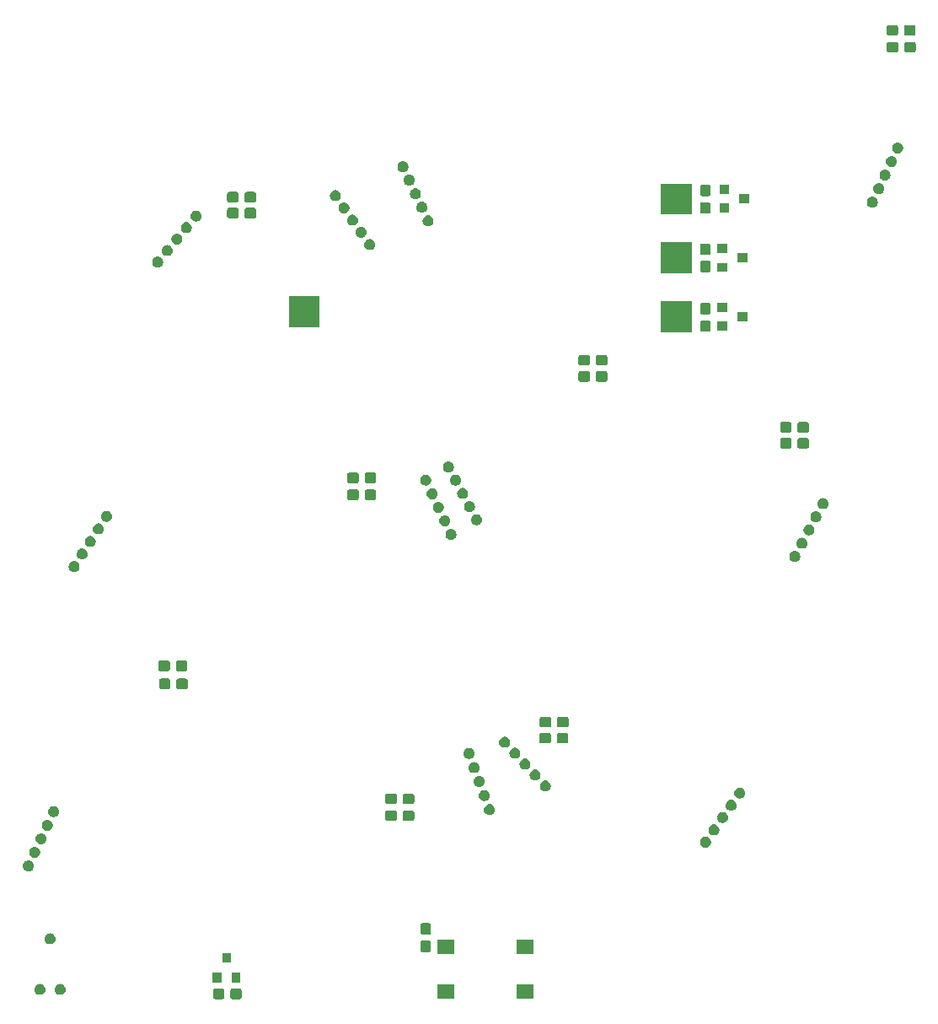
<source format=gbs>
G04 #@! TF.GenerationSoftware,KiCad,Pcbnew,(5.0.1-3-g963ef8bb5)*
G04 #@! TF.CreationDate,2018-11-10T15:27:12+00:00*
G04 #@! TF.ProjectId,xmas_tree_v0.1,786D61735F747265655F76302E312E6B,rev?*
G04 #@! TF.SameCoordinates,Original*
G04 #@! TF.FileFunction,Soldermask,Bot*
G04 #@! TF.FilePolarity,Negative*
%FSLAX46Y46*%
G04 Gerber Fmt 4.6, Leading zero omitted, Abs format (unit mm)*
G04 Created by KiCad (PCBNEW (5.0.1-3-g963ef8bb5)) date Saturday, 10 November 2018 at 15:27:12*
%MOMM*%
%LPD*%
G01*
G04 APERTURE LIST*
%ADD10C,0.100000*%
G04 APERTURE END LIST*
D10*
G36*
X127964499Y-147453445D02*
X128001993Y-147464819D01*
X128036557Y-147483294D01*
X128066847Y-147508153D01*
X128091706Y-147538443D01*
X128110181Y-147573007D01*
X128121555Y-147610501D01*
X128126000Y-147655638D01*
X128126000Y-148294362D01*
X128121555Y-148339499D01*
X128110181Y-148376993D01*
X128091706Y-148411557D01*
X128066847Y-148441847D01*
X128036557Y-148466706D01*
X128001993Y-148485181D01*
X127964499Y-148496555D01*
X127919362Y-148501000D01*
X127180638Y-148501000D01*
X127135501Y-148496555D01*
X127098007Y-148485181D01*
X127063443Y-148466706D01*
X127033153Y-148441847D01*
X127008294Y-148411557D01*
X126989819Y-148376993D01*
X126978445Y-148339499D01*
X126974000Y-148294362D01*
X126974000Y-147655638D01*
X126978445Y-147610501D01*
X126989819Y-147573007D01*
X127008294Y-147538443D01*
X127033153Y-147508153D01*
X127063443Y-147483294D01*
X127098007Y-147464819D01*
X127135501Y-147453445D01*
X127180638Y-147449000D01*
X127919362Y-147449000D01*
X127964499Y-147453445D01*
X127964499Y-147453445D01*
G37*
G36*
X126214499Y-147453445D02*
X126251993Y-147464819D01*
X126286557Y-147483294D01*
X126316847Y-147508153D01*
X126341706Y-147538443D01*
X126360181Y-147573007D01*
X126371555Y-147610501D01*
X126376000Y-147655638D01*
X126376000Y-148294362D01*
X126371555Y-148339499D01*
X126360181Y-148376993D01*
X126341706Y-148411557D01*
X126316847Y-148441847D01*
X126286557Y-148466706D01*
X126251993Y-148485181D01*
X126214499Y-148496555D01*
X126169362Y-148501000D01*
X125430638Y-148501000D01*
X125385501Y-148496555D01*
X125348007Y-148485181D01*
X125313443Y-148466706D01*
X125283153Y-148441847D01*
X125258294Y-148411557D01*
X125239819Y-148376993D01*
X125228445Y-148339499D01*
X125224000Y-148294362D01*
X125224000Y-147655638D01*
X125228445Y-147610501D01*
X125239819Y-147573007D01*
X125258294Y-147538443D01*
X125283153Y-147508153D01*
X125313443Y-147483294D01*
X125348007Y-147464819D01*
X125385501Y-147453445D01*
X125430638Y-147449000D01*
X126169362Y-147449000D01*
X126214499Y-147453445D01*
X126214499Y-147453445D01*
G37*
G36*
X157401000Y-148451000D02*
X155749000Y-148451000D01*
X155749000Y-147049000D01*
X157401000Y-147049000D01*
X157401000Y-148451000D01*
X157401000Y-148451000D01*
G37*
G36*
X149451000Y-148451000D02*
X147799000Y-148451000D01*
X147799000Y-147049000D01*
X149451000Y-147049000D01*
X149451000Y-148451000D01*
X149451000Y-148451000D01*
G37*
G36*
X110040350Y-146984694D02*
X110139770Y-147025875D01*
X110229249Y-147085663D01*
X110305337Y-147161751D01*
X110365125Y-147251230D01*
X110406306Y-147350650D01*
X110427300Y-147456194D01*
X110427300Y-147563806D01*
X110406306Y-147669350D01*
X110365125Y-147768770D01*
X110305337Y-147858249D01*
X110229249Y-147934337D01*
X110139770Y-147994125D01*
X110040350Y-148035306D01*
X109934806Y-148056300D01*
X109827194Y-148056300D01*
X109721650Y-148035306D01*
X109622230Y-147994125D01*
X109532751Y-147934337D01*
X109456663Y-147858249D01*
X109396875Y-147768770D01*
X109355694Y-147669350D01*
X109334700Y-147563806D01*
X109334700Y-147456194D01*
X109355694Y-147350650D01*
X109396875Y-147251230D01*
X109456663Y-147161751D01*
X109532751Y-147085663D01*
X109622230Y-147025875D01*
X109721650Y-146984694D01*
X109827194Y-146963700D01*
X109934806Y-146963700D01*
X110040350Y-146984694D01*
X110040350Y-146984694D01*
G37*
G36*
X108008350Y-146984694D02*
X108107770Y-147025875D01*
X108197249Y-147085663D01*
X108273337Y-147161751D01*
X108333125Y-147251230D01*
X108374306Y-147350650D01*
X108395300Y-147456194D01*
X108395300Y-147563806D01*
X108374306Y-147669350D01*
X108333125Y-147768770D01*
X108273337Y-147858249D01*
X108197249Y-147934337D01*
X108107770Y-147994125D01*
X108008350Y-148035306D01*
X107902806Y-148056300D01*
X107795194Y-148056300D01*
X107689650Y-148035306D01*
X107590230Y-147994125D01*
X107500751Y-147934337D01*
X107424663Y-147858249D01*
X107364875Y-147768770D01*
X107323694Y-147669350D01*
X107302700Y-147563806D01*
X107302700Y-147456194D01*
X107323694Y-147350650D01*
X107364875Y-147251230D01*
X107424663Y-147161751D01*
X107500751Y-147085663D01*
X107590230Y-147025875D01*
X107689650Y-146984694D01*
X107795194Y-146963700D01*
X107902806Y-146963700D01*
X108008350Y-146984694D01*
X108008350Y-146984694D01*
G37*
G36*
X128001000Y-146851000D02*
X127099000Y-146851000D01*
X127099000Y-145849000D01*
X128001000Y-145849000D01*
X128001000Y-146851000D01*
X128001000Y-146851000D01*
G37*
G36*
X126101000Y-146851000D02*
X125199000Y-146851000D01*
X125199000Y-145849000D01*
X126101000Y-145849000D01*
X126101000Y-146851000D01*
X126101000Y-146851000D01*
G37*
G36*
X127051000Y-144851000D02*
X126149000Y-144851000D01*
X126149000Y-143849000D01*
X127051000Y-143849000D01*
X127051000Y-144851000D01*
X127051000Y-144851000D01*
G37*
G36*
X157401000Y-143951000D02*
X155749000Y-143951000D01*
X155749000Y-142549000D01*
X157401000Y-142549000D01*
X157401000Y-143951000D01*
X157401000Y-143951000D01*
G37*
G36*
X149451000Y-143951000D02*
X147799000Y-143951000D01*
X147799000Y-142549000D01*
X149451000Y-142549000D01*
X149451000Y-143951000D01*
X149451000Y-143951000D01*
G37*
G36*
X146964499Y-142628445D02*
X147001993Y-142639819D01*
X147036557Y-142658294D01*
X147066847Y-142683153D01*
X147091706Y-142713443D01*
X147110181Y-142748007D01*
X147121555Y-142785501D01*
X147126000Y-142830638D01*
X147126000Y-143569362D01*
X147121555Y-143614499D01*
X147110181Y-143651993D01*
X147091706Y-143686557D01*
X147066847Y-143716847D01*
X147036557Y-143741706D01*
X147001993Y-143760181D01*
X146964499Y-143771555D01*
X146919362Y-143776000D01*
X146280638Y-143776000D01*
X146235501Y-143771555D01*
X146198007Y-143760181D01*
X146163443Y-143741706D01*
X146133153Y-143716847D01*
X146108294Y-143686557D01*
X146089819Y-143651993D01*
X146078445Y-143614499D01*
X146074000Y-143569362D01*
X146074000Y-142830638D01*
X146078445Y-142785501D01*
X146089819Y-142748007D01*
X146108294Y-142713443D01*
X146133153Y-142683153D01*
X146163443Y-142658294D01*
X146198007Y-142639819D01*
X146235501Y-142628445D01*
X146280638Y-142624000D01*
X146919362Y-142624000D01*
X146964499Y-142628445D01*
X146964499Y-142628445D01*
G37*
G36*
X109024350Y-141904694D02*
X109123770Y-141945875D01*
X109213249Y-142005663D01*
X109289337Y-142081751D01*
X109349125Y-142171230D01*
X109390306Y-142270650D01*
X109411300Y-142376194D01*
X109411300Y-142483806D01*
X109390306Y-142589350D01*
X109349125Y-142688770D01*
X109289337Y-142778249D01*
X109213249Y-142854337D01*
X109213246Y-142854339D01*
X109123770Y-142914125D01*
X109024350Y-142955306D01*
X108918806Y-142976300D01*
X108811194Y-142976300D01*
X108705650Y-142955306D01*
X108606230Y-142914125D01*
X108516754Y-142854339D01*
X108516751Y-142854337D01*
X108440663Y-142778249D01*
X108380875Y-142688770D01*
X108339694Y-142589350D01*
X108318700Y-142483806D01*
X108318700Y-142376194D01*
X108339694Y-142270650D01*
X108380875Y-142171230D01*
X108440663Y-142081751D01*
X108516751Y-142005663D01*
X108606230Y-141945875D01*
X108705650Y-141904694D01*
X108811194Y-141883700D01*
X108918806Y-141883700D01*
X109024350Y-141904694D01*
X109024350Y-141904694D01*
G37*
G36*
X146964499Y-140878445D02*
X147001993Y-140889819D01*
X147036557Y-140908294D01*
X147066847Y-140933153D01*
X147091706Y-140963443D01*
X147110181Y-140998007D01*
X147121555Y-141035501D01*
X147126000Y-141080638D01*
X147126000Y-141819362D01*
X147121555Y-141864499D01*
X147110181Y-141901993D01*
X147091706Y-141936557D01*
X147066847Y-141966847D01*
X147036557Y-141991706D01*
X147001993Y-142010181D01*
X146964499Y-142021555D01*
X146919362Y-142026000D01*
X146280638Y-142026000D01*
X146235501Y-142021555D01*
X146198007Y-142010181D01*
X146163443Y-141991706D01*
X146133153Y-141966847D01*
X146108294Y-141936557D01*
X146089819Y-141901993D01*
X146078445Y-141864499D01*
X146074000Y-141819362D01*
X146074000Y-141080638D01*
X146078445Y-141035501D01*
X146089819Y-140998007D01*
X146108294Y-140963443D01*
X146133153Y-140933153D01*
X146163443Y-140908294D01*
X146198007Y-140889819D01*
X146235501Y-140878445D01*
X146280638Y-140874000D01*
X146919362Y-140874000D01*
X146964499Y-140878445D01*
X146964499Y-140878445D01*
G37*
G36*
X106842866Y-134589097D02*
X106943140Y-134630632D01*
X107033390Y-134690935D01*
X107110133Y-134767678D01*
X107170436Y-134857928D01*
X107211971Y-134958202D01*
X107233145Y-135064653D01*
X107233145Y-135173193D01*
X107211971Y-135279644D01*
X107170436Y-135379918D01*
X107110133Y-135470168D01*
X107033390Y-135546911D01*
X106943140Y-135607214D01*
X106842866Y-135648749D01*
X106736415Y-135669923D01*
X106627875Y-135669923D01*
X106521424Y-135648749D01*
X106421150Y-135607214D01*
X106330900Y-135546911D01*
X106254157Y-135470168D01*
X106193854Y-135379918D01*
X106152319Y-135279644D01*
X106131145Y-135173193D01*
X106131145Y-135064653D01*
X106152319Y-134958202D01*
X106193854Y-134857928D01*
X106254157Y-134767678D01*
X106330900Y-134690935D01*
X106421150Y-134630632D01*
X106521424Y-134589097D01*
X106627875Y-134567923D01*
X106736415Y-134567923D01*
X106842866Y-134589097D01*
X106842866Y-134589097D01*
G37*
G36*
X107476794Y-133229636D02*
X107577068Y-133271171D01*
X107667318Y-133331474D01*
X107744061Y-133408217D01*
X107804364Y-133498467D01*
X107845899Y-133598741D01*
X107867073Y-133705192D01*
X107867073Y-133813732D01*
X107845899Y-133920183D01*
X107804364Y-134020457D01*
X107744061Y-134110707D01*
X107667318Y-134187450D01*
X107577068Y-134247753D01*
X107476794Y-134289288D01*
X107370343Y-134310462D01*
X107261803Y-134310462D01*
X107155352Y-134289288D01*
X107055078Y-134247753D01*
X106964828Y-134187450D01*
X106888085Y-134110707D01*
X106827782Y-134020457D01*
X106786247Y-133920183D01*
X106765073Y-133813732D01*
X106765073Y-133705192D01*
X106786247Y-133598741D01*
X106827782Y-133498467D01*
X106888085Y-133408217D01*
X106964828Y-133331474D01*
X107055078Y-133271171D01*
X107155352Y-133229636D01*
X107261803Y-133208462D01*
X107370343Y-133208462D01*
X107476794Y-133229636D01*
X107476794Y-133229636D01*
G37*
G36*
X174864992Y-132202630D02*
X174965266Y-132244165D01*
X175055516Y-132304468D01*
X175132259Y-132381211D01*
X175192562Y-132471461D01*
X175234097Y-132571735D01*
X175255271Y-132678186D01*
X175255271Y-132786726D01*
X175234097Y-132893177D01*
X175192562Y-132993451D01*
X175132259Y-133083701D01*
X175055516Y-133160444D01*
X174965266Y-133220747D01*
X174864992Y-133262282D01*
X174758541Y-133283456D01*
X174650001Y-133283456D01*
X174543550Y-133262282D01*
X174443276Y-133220747D01*
X174353026Y-133160444D01*
X174276283Y-133083701D01*
X174215980Y-132993451D01*
X174174445Y-132893177D01*
X174153271Y-132786726D01*
X174153271Y-132678186D01*
X174174445Y-132571735D01*
X174215980Y-132471461D01*
X174276283Y-132381211D01*
X174353026Y-132304468D01*
X174443276Y-132244165D01*
X174543550Y-132202630D01*
X174650001Y-132181456D01*
X174758541Y-132181456D01*
X174864992Y-132202630D01*
X174864992Y-132202630D01*
G37*
G36*
X108110721Y-131870174D02*
X108210995Y-131911709D01*
X108301245Y-131972012D01*
X108377988Y-132048755D01*
X108438291Y-132139005D01*
X108479826Y-132239279D01*
X108501000Y-132345730D01*
X108501000Y-132454270D01*
X108479826Y-132560721D01*
X108438291Y-132660995D01*
X108377988Y-132751245D01*
X108301245Y-132827988D01*
X108210995Y-132888291D01*
X108110721Y-132929826D01*
X108004270Y-132951000D01*
X107895730Y-132951000D01*
X107789279Y-132929826D01*
X107689005Y-132888291D01*
X107598755Y-132827988D01*
X107522012Y-132751245D01*
X107461709Y-132660995D01*
X107420174Y-132560721D01*
X107399000Y-132454270D01*
X107399000Y-132345730D01*
X107420174Y-132239279D01*
X107461709Y-132139005D01*
X107522012Y-132048755D01*
X107598755Y-131972012D01*
X107689005Y-131911709D01*
X107789279Y-131870174D01*
X107895730Y-131849000D01*
X108004270Y-131849000D01*
X108110721Y-131870174D01*
X108110721Y-131870174D01*
G37*
G36*
X175725356Y-130973902D02*
X175825630Y-131015437D01*
X175915880Y-131075740D01*
X175992623Y-131152483D01*
X176052926Y-131242733D01*
X176094461Y-131343007D01*
X176115635Y-131449458D01*
X176115635Y-131557998D01*
X176094461Y-131664449D01*
X176052926Y-131764723D01*
X175992623Y-131854973D01*
X175915880Y-131931716D01*
X175825630Y-131992019D01*
X175725356Y-132033554D01*
X175618905Y-132054728D01*
X175510365Y-132054728D01*
X175403914Y-132033554D01*
X175303640Y-131992019D01*
X175213390Y-131931716D01*
X175136647Y-131854973D01*
X175076344Y-131764723D01*
X175034809Y-131664449D01*
X175013635Y-131557998D01*
X175013635Y-131449458D01*
X175034809Y-131343007D01*
X175076344Y-131242733D01*
X175136647Y-131152483D01*
X175213390Y-131075740D01*
X175303640Y-131015437D01*
X175403914Y-130973902D01*
X175510365Y-130952728D01*
X175618905Y-130952728D01*
X175725356Y-130973902D01*
X175725356Y-130973902D01*
G37*
G36*
X108744648Y-130510712D02*
X108844922Y-130552247D01*
X108935172Y-130612550D01*
X109011915Y-130689293D01*
X109072218Y-130779543D01*
X109113753Y-130879817D01*
X109134927Y-130986268D01*
X109134927Y-131094808D01*
X109113753Y-131201259D01*
X109072218Y-131301533D01*
X109011915Y-131391783D01*
X108935172Y-131468526D01*
X108844922Y-131528829D01*
X108744648Y-131570364D01*
X108638197Y-131591538D01*
X108529657Y-131591538D01*
X108423206Y-131570364D01*
X108322932Y-131528829D01*
X108232682Y-131468526D01*
X108155939Y-131391783D01*
X108095636Y-131301533D01*
X108054101Y-131201259D01*
X108032927Y-131094808D01*
X108032927Y-130986268D01*
X108054101Y-130879817D01*
X108095636Y-130779543D01*
X108155939Y-130689293D01*
X108232682Y-130612550D01*
X108322932Y-130552247D01*
X108423206Y-130510712D01*
X108529657Y-130489538D01*
X108638197Y-130489538D01*
X108744648Y-130510712D01*
X108744648Y-130510712D01*
G37*
G36*
X176585721Y-129745174D02*
X176685995Y-129786709D01*
X176776245Y-129847012D01*
X176852988Y-129923755D01*
X176913291Y-130014005D01*
X176954826Y-130114279D01*
X176976000Y-130220730D01*
X176976000Y-130329270D01*
X176954826Y-130435721D01*
X176913291Y-130535995D01*
X176852988Y-130626245D01*
X176776245Y-130702988D01*
X176685995Y-130763291D01*
X176585721Y-130804826D01*
X176479270Y-130826000D01*
X176370730Y-130826000D01*
X176264279Y-130804826D01*
X176164005Y-130763291D01*
X176073755Y-130702988D01*
X175997012Y-130626245D01*
X175936709Y-130535995D01*
X175895174Y-130435721D01*
X175874000Y-130329270D01*
X175874000Y-130220730D01*
X175895174Y-130114279D01*
X175936709Y-130014005D01*
X175997012Y-129923755D01*
X176073755Y-129847012D01*
X176164005Y-129786709D01*
X176264279Y-129745174D01*
X176370730Y-129724000D01*
X176479270Y-129724000D01*
X176585721Y-129745174D01*
X176585721Y-129745174D01*
G37*
G36*
X143539499Y-129578445D02*
X143576993Y-129589819D01*
X143611557Y-129608294D01*
X143641847Y-129633153D01*
X143666706Y-129663443D01*
X143685181Y-129698007D01*
X143696555Y-129735501D01*
X143701000Y-129780638D01*
X143701000Y-130419362D01*
X143696555Y-130464499D01*
X143685181Y-130501993D01*
X143666706Y-130536557D01*
X143641847Y-130566847D01*
X143611557Y-130591706D01*
X143576993Y-130610181D01*
X143539499Y-130621555D01*
X143494362Y-130626000D01*
X142755638Y-130626000D01*
X142710501Y-130621555D01*
X142673007Y-130610181D01*
X142638443Y-130591706D01*
X142608153Y-130566847D01*
X142583294Y-130536557D01*
X142564819Y-130501993D01*
X142553445Y-130464499D01*
X142549000Y-130419362D01*
X142549000Y-129780638D01*
X142553445Y-129735501D01*
X142564819Y-129698007D01*
X142583294Y-129663443D01*
X142608153Y-129633153D01*
X142638443Y-129608294D01*
X142673007Y-129589819D01*
X142710501Y-129578445D01*
X142755638Y-129574000D01*
X143494362Y-129574000D01*
X143539499Y-129578445D01*
X143539499Y-129578445D01*
G37*
G36*
X145289499Y-129578445D02*
X145326993Y-129589819D01*
X145361557Y-129608294D01*
X145391847Y-129633153D01*
X145416706Y-129663443D01*
X145435181Y-129698007D01*
X145446555Y-129735501D01*
X145451000Y-129780638D01*
X145451000Y-130419362D01*
X145446555Y-130464499D01*
X145435181Y-130501993D01*
X145416706Y-130536557D01*
X145391847Y-130566847D01*
X145361557Y-130591706D01*
X145326993Y-130610181D01*
X145289499Y-130621555D01*
X145244362Y-130626000D01*
X144505638Y-130626000D01*
X144460501Y-130621555D01*
X144423007Y-130610181D01*
X144388443Y-130591706D01*
X144358153Y-130566847D01*
X144333294Y-130536557D01*
X144314819Y-130501993D01*
X144303445Y-130464499D01*
X144299000Y-130419362D01*
X144299000Y-129780638D01*
X144303445Y-129735501D01*
X144314819Y-129698007D01*
X144333294Y-129663443D01*
X144358153Y-129633153D01*
X144388443Y-129608294D01*
X144423007Y-129589819D01*
X144460501Y-129578445D01*
X144505638Y-129574000D01*
X145244362Y-129574000D01*
X145289499Y-129578445D01*
X145289499Y-129578445D01*
G37*
G36*
X109378576Y-129151251D02*
X109478850Y-129192786D01*
X109569100Y-129253089D01*
X109645843Y-129329832D01*
X109706146Y-129420082D01*
X109747681Y-129520356D01*
X109768855Y-129626807D01*
X109768855Y-129735347D01*
X109747681Y-129841798D01*
X109706146Y-129942072D01*
X109645843Y-130032322D01*
X109569100Y-130109065D01*
X109478850Y-130169368D01*
X109378576Y-130210903D01*
X109272125Y-130232077D01*
X109163585Y-130232077D01*
X109057134Y-130210903D01*
X108956860Y-130169368D01*
X108866610Y-130109065D01*
X108789867Y-130032322D01*
X108729564Y-129942072D01*
X108688029Y-129841798D01*
X108666855Y-129735347D01*
X108666855Y-129626807D01*
X108688029Y-129520356D01*
X108729564Y-129420082D01*
X108789867Y-129329832D01*
X108866610Y-129253089D01*
X108956860Y-129192786D01*
X109057134Y-129151251D01*
X109163585Y-129130077D01*
X109272125Y-129130077D01*
X109378576Y-129151251D01*
X109378576Y-129151251D01*
G37*
G36*
X153161781Y-128939252D02*
X153262055Y-128980787D01*
X153352305Y-129041090D01*
X153429048Y-129117833D01*
X153489351Y-129208083D01*
X153530886Y-129308357D01*
X153552060Y-129414808D01*
X153552060Y-129523348D01*
X153530886Y-129629799D01*
X153489351Y-129730073D01*
X153429048Y-129820323D01*
X153352305Y-129897066D01*
X153262055Y-129957369D01*
X153161781Y-129998904D01*
X153055330Y-130020078D01*
X152946790Y-130020078D01*
X152840339Y-129998904D01*
X152740065Y-129957369D01*
X152649815Y-129897066D01*
X152573072Y-129820323D01*
X152512769Y-129730073D01*
X152471234Y-129629799D01*
X152450060Y-129523348D01*
X152450060Y-129414808D01*
X152471234Y-129308357D01*
X152512769Y-129208083D01*
X152573072Y-129117833D01*
X152649815Y-129041090D01*
X152740065Y-128980787D01*
X152840339Y-128939252D01*
X152946790Y-128918078D01*
X153055330Y-128918078D01*
X153161781Y-128939252D01*
X153161781Y-128939252D01*
G37*
G36*
X177446086Y-128516446D02*
X177546360Y-128557981D01*
X177636610Y-128618284D01*
X177713353Y-128695027D01*
X177773656Y-128785277D01*
X177815191Y-128885551D01*
X177836365Y-128992002D01*
X177836365Y-129100542D01*
X177815191Y-129206993D01*
X177773656Y-129307267D01*
X177713353Y-129397517D01*
X177636610Y-129474260D01*
X177546360Y-129534563D01*
X177446086Y-129576098D01*
X177339635Y-129597272D01*
X177231095Y-129597272D01*
X177124644Y-129576098D01*
X177024370Y-129534563D01*
X176934120Y-129474260D01*
X176857377Y-129397517D01*
X176797074Y-129307267D01*
X176755539Y-129206993D01*
X176734365Y-129100542D01*
X176734365Y-128992002D01*
X176755539Y-128885551D01*
X176797074Y-128785277D01*
X176857377Y-128695027D01*
X176934120Y-128618284D01*
X177024370Y-128557981D01*
X177124644Y-128516446D01*
X177231095Y-128495272D01*
X177339635Y-128495272D01*
X177446086Y-128516446D01*
X177446086Y-128516446D01*
G37*
G36*
X145289499Y-127878445D02*
X145326993Y-127889819D01*
X145361557Y-127908294D01*
X145391847Y-127933153D01*
X145416706Y-127963443D01*
X145435181Y-127998007D01*
X145446555Y-128035501D01*
X145451000Y-128080638D01*
X145451000Y-128719362D01*
X145446555Y-128764499D01*
X145435181Y-128801993D01*
X145416706Y-128836557D01*
X145391847Y-128866847D01*
X145361557Y-128891706D01*
X145326993Y-128910181D01*
X145289499Y-128921555D01*
X145244362Y-128926000D01*
X144505638Y-128926000D01*
X144460501Y-128921555D01*
X144423007Y-128910181D01*
X144388443Y-128891706D01*
X144358153Y-128866847D01*
X144333294Y-128836557D01*
X144314819Y-128801993D01*
X144303445Y-128764499D01*
X144299000Y-128719362D01*
X144299000Y-128080638D01*
X144303445Y-128035501D01*
X144314819Y-127998007D01*
X144333294Y-127963443D01*
X144358153Y-127933153D01*
X144388443Y-127908294D01*
X144423007Y-127889819D01*
X144460501Y-127878445D01*
X144505638Y-127874000D01*
X145244362Y-127874000D01*
X145289499Y-127878445D01*
X145289499Y-127878445D01*
G37*
G36*
X143539499Y-127878445D02*
X143576993Y-127889819D01*
X143611557Y-127908294D01*
X143641847Y-127933153D01*
X143666706Y-127963443D01*
X143685181Y-127998007D01*
X143696555Y-128035501D01*
X143701000Y-128080638D01*
X143701000Y-128719362D01*
X143696555Y-128764499D01*
X143685181Y-128801993D01*
X143666706Y-128836557D01*
X143641847Y-128866847D01*
X143611557Y-128891706D01*
X143576993Y-128910181D01*
X143539499Y-128921555D01*
X143494362Y-128926000D01*
X142755638Y-128926000D01*
X142710501Y-128921555D01*
X142673007Y-128910181D01*
X142638443Y-128891706D01*
X142608153Y-128866847D01*
X142583294Y-128836557D01*
X142564819Y-128801993D01*
X142553445Y-128764499D01*
X142549000Y-128719362D01*
X142549000Y-128080638D01*
X142553445Y-128035501D01*
X142564819Y-127998007D01*
X142583294Y-127963443D01*
X142608153Y-127933153D01*
X142638443Y-127908294D01*
X142673007Y-127889819D01*
X142710501Y-127878445D01*
X142755638Y-127874000D01*
X143494362Y-127874000D01*
X143539499Y-127878445D01*
X143539499Y-127878445D01*
G37*
G36*
X152648751Y-127529713D02*
X152749025Y-127571248D01*
X152839275Y-127631551D01*
X152916018Y-127708294D01*
X152976321Y-127798544D01*
X153017856Y-127898818D01*
X153039030Y-128005269D01*
X153039030Y-128113809D01*
X153017856Y-128220260D01*
X152976321Y-128320534D01*
X152916018Y-128410784D01*
X152839275Y-128487527D01*
X152749025Y-128547830D01*
X152648751Y-128589365D01*
X152542300Y-128610539D01*
X152433760Y-128610539D01*
X152327309Y-128589365D01*
X152227035Y-128547830D01*
X152136785Y-128487527D01*
X152060042Y-128410784D01*
X151999739Y-128320534D01*
X151958204Y-128220260D01*
X151937030Y-128113809D01*
X151937030Y-128005269D01*
X151958204Y-127898818D01*
X151999739Y-127798544D01*
X152060042Y-127708294D01*
X152136785Y-127631551D01*
X152227035Y-127571248D01*
X152327309Y-127529713D01*
X152433760Y-127508539D01*
X152542300Y-127508539D01*
X152648751Y-127529713D01*
X152648751Y-127529713D01*
G37*
G36*
X178306450Y-127287718D02*
X178406724Y-127329253D01*
X178496974Y-127389556D01*
X178573717Y-127466299D01*
X178634020Y-127556549D01*
X178675555Y-127656823D01*
X178696729Y-127763274D01*
X178696729Y-127871814D01*
X178675555Y-127978265D01*
X178634020Y-128078539D01*
X178573717Y-128168789D01*
X178496974Y-128245532D01*
X178406724Y-128305835D01*
X178306450Y-128347370D01*
X178199999Y-128368544D01*
X178091459Y-128368544D01*
X177985008Y-128347370D01*
X177884734Y-128305835D01*
X177794484Y-128245532D01*
X177717741Y-128168789D01*
X177657438Y-128078539D01*
X177615903Y-127978265D01*
X177594729Y-127871814D01*
X177594729Y-127763274D01*
X177615903Y-127656823D01*
X177657438Y-127556549D01*
X177717741Y-127466299D01*
X177794484Y-127389556D01*
X177884734Y-127329253D01*
X177985008Y-127287718D01*
X178091459Y-127266544D01*
X178199999Y-127266544D01*
X178306450Y-127287718D01*
X178306450Y-127287718D01*
G37*
G36*
X158781716Y-126564235D02*
X158881990Y-126605770D01*
X158972240Y-126666073D01*
X159048983Y-126742816D01*
X159109286Y-126833066D01*
X159150821Y-126933340D01*
X159171995Y-127039791D01*
X159171995Y-127148331D01*
X159150821Y-127254782D01*
X159109286Y-127355056D01*
X159048983Y-127445306D01*
X158972240Y-127522049D01*
X158881990Y-127582352D01*
X158781716Y-127623887D01*
X158675265Y-127645061D01*
X158566725Y-127645061D01*
X158460274Y-127623887D01*
X158360000Y-127582352D01*
X158269750Y-127522049D01*
X158193007Y-127445306D01*
X158132704Y-127355056D01*
X158091169Y-127254782D01*
X158069995Y-127148331D01*
X158069995Y-127039791D01*
X158091169Y-126933340D01*
X158132704Y-126833066D01*
X158193007Y-126742816D01*
X158269750Y-126666073D01*
X158360000Y-126605770D01*
X158460274Y-126564235D01*
X158566725Y-126543061D01*
X158675265Y-126543061D01*
X158781716Y-126564235D01*
X158781716Y-126564235D01*
G37*
G36*
X152135721Y-126120174D02*
X152235995Y-126161709D01*
X152326245Y-126222012D01*
X152402988Y-126298755D01*
X152463291Y-126389005D01*
X152504826Y-126489279D01*
X152526000Y-126595730D01*
X152526000Y-126704270D01*
X152504826Y-126810721D01*
X152463291Y-126910995D01*
X152402988Y-127001245D01*
X152326245Y-127077988D01*
X152235995Y-127138291D01*
X152135721Y-127179826D01*
X152029270Y-127201000D01*
X151920730Y-127201000D01*
X151814279Y-127179826D01*
X151714005Y-127138291D01*
X151623755Y-127077988D01*
X151547012Y-127001245D01*
X151486709Y-126910995D01*
X151445174Y-126810721D01*
X151424000Y-126704270D01*
X151424000Y-126595730D01*
X151445174Y-126489279D01*
X151486709Y-126389005D01*
X151547012Y-126298755D01*
X151623755Y-126222012D01*
X151714005Y-126161709D01*
X151814279Y-126120174D01*
X151920730Y-126099000D01*
X152029270Y-126099000D01*
X152135721Y-126120174D01*
X152135721Y-126120174D01*
G37*
G36*
X157758719Y-125467205D02*
X157858993Y-125508740D01*
X157949243Y-125569043D01*
X158025986Y-125645786D01*
X158086289Y-125736036D01*
X158127824Y-125836310D01*
X158148998Y-125942761D01*
X158148998Y-126051301D01*
X158127824Y-126157752D01*
X158086289Y-126258026D01*
X158025986Y-126348276D01*
X157949243Y-126425019D01*
X157858993Y-126485322D01*
X157758719Y-126526857D01*
X157652268Y-126548031D01*
X157543728Y-126548031D01*
X157437277Y-126526857D01*
X157337003Y-126485322D01*
X157246753Y-126425019D01*
X157170010Y-126348276D01*
X157109707Y-126258026D01*
X157068172Y-126157752D01*
X157046998Y-126051301D01*
X157046998Y-125942761D01*
X157068172Y-125836310D01*
X157109707Y-125736036D01*
X157170010Y-125645786D01*
X157246753Y-125569043D01*
X157337003Y-125508740D01*
X157437277Y-125467205D01*
X157543728Y-125446031D01*
X157652268Y-125446031D01*
X157758719Y-125467205D01*
X157758719Y-125467205D01*
G37*
G36*
X151622691Y-124710635D02*
X151722965Y-124752170D01*
X151813215Y-124812473D01*
X151889958Y-124889216D01*
X151950261Y-124979466D01*
X151991796Y-125079740D01*
X152012970Y-125186191D01*
X152012970Y-125294731D01*
X151991796Y-125401182D01*
X151950261Y-125501456D01*
X151889958Y-125591706D01*
X151813215Y-125668449D01*
X151722965Y-125728752D01*
X151622691Y-125770287D01*
X151516240Y-125791461D01*
X151407700Y-125791461D01*
X151301249Y-125770287D01*
X151200975Y-125728752D01*
X151110725Y-125668449D01*
X151033982Y-125591706D01*
X150973679Y-125501456D01*
X150932144Y-125401182D01*
X150910970Y-125294731D01*
X150910970Y-125186191D01*
X150932144Y-125079740D01*
X150973679Y-124979466D01*
X151033982Y-124889216D01*
X151110725Y-124812473D01*
X151200975Y-124752170D01*
X151301249Y-124710635D01*
X151407700Y-124689461D01*
X151516240Y-124689461D01*
X151622691Y-124710635D01*
X151622691Y-124710635D01*
G37*
G36*
X156735721Y-124370174D02*
X156835995Y-124411709D01*
X156926245Y-124472012D01*
X157002988Y-124548755D01*
X157063291Y-124639005D01*
X157104826Y-124739279D01*
X157126000Y-124845730D01*
X157126000Y-124954270D01*
X157104826Y-125060721D01*
X157063291Y-125160995D01*
X157002988Y-125251245D01*
X156926245Y-125327988D01*
X156835995Y-125388291D01*
X156735721Y-125429826D01*
X156629270Y-125451000D01*
X156520730Y-125451000D01*
X156414279Y-125429826D01*
X156314005Y-125388291D01*
X156223755Y-125327988D01*
X156147012Y-125251245D01*
X156086709Y-125160995D01*
X156045174Y-125060721D01*
X156024000Y-124954270D01*
X156024000Y-124845730D01*
X156045174Y-124739279D01*
X156086709Y-124639005D01*
X156147012Y-124548755D01*
X156223755Y-124472012D01*
X156314005Y-124411709D01*
X156414279Y-124370174D01*
X156520730Y-124349000D01*
X156629270Y-124349000D01*
X156735721Y-124370174D01*
X156735721Y-124370174D01*
G37*
G36*
X151109661Y-123301096D02*
X151209935Y-123342631D01*
X151300185Y-123402934D01*
X151376928Y-123479677D01*
X151437231Y-123569927D01*
X151478766Y-123670201D01*
X151499940Y-123776652D01*
X151499940Y-123885192D01*
X151478766Y-123991643D01*
X151437231Y-124091917D01*
X151376928Y-124182167D01*
X151300185Y-124258910D01*
X151209935Y-124319213D01*
X151109661Y-124360748D01*
X151003210Y-124381922D01*
X150894670Y-124381922D01*
X150788219Y-124360748D01*
X150687945Y-124319213D01*
X150597695Y-124258910D01*
X150520952Y-124182167D01*
X150460649Y-124091917D01*
X150419114Y-123991643D01*
X150397940Y-123885192D01*
X150397940Y-123776652D01*
X150419114Y-123670201D01*
X150460649Y-123569927D01*
X150520952Y-123479677D01*
X150597695Y-123402934D01*
X150687945Y-123342631D01*
X150788219Y-123301096D01*
X150894670Y-123279922D01*
X151003210Y-123279922D01*
X151109661Y-123301096D01*
X151109661Y-123301096D01*
G37*
G36*
X155712723Y-123273143D02*
X155812997Y-123314678D01*
X155903247Y-123374981D01*
X155979990Y-123451724D01*
X156040293Y-123541974D01*
X156081828Y-123642248D01*
X156103002Y-123748699D01*
X156103002Y-123857239D01*
X156081828Y-123963690D01*
X156040293Y-124063964D01*
X155979990Y-124154214D01*
X155903247Y-124230957D01*
X155812997Y-124291260D01*
X155712723Y-124332795D01*
X155606272Y-124353969D01*
X155497732Y-124353969D01*
X155391281Y-124332795D01*
X155291007Y-124291260D01*
X155200757Y-124230957D01*
X155124014Y-124154214D01*
X155063711Y-124063964D01*
X155022176Y-123963690D01*
X155001002Y-123857239D01*
X155001002Y-123748699D01*
X155022176Y-123642248D01*
X155063711Y-123541974D01*
X155124014Y-123451724D01*
X155200757Y-123374981D01*
X155291007Y-123314678D01*
X155391281Y-123273143D01*
X155497732Y-123251969D01*
X155606272Y-123251969D01*
X155712723Y-123273143D01*
X155712723Y-123273143D01*
G37*
G36*
X154689726Y-122176113D02*
X154790000Y-122217648D01*
X154880250Y-122277951D01*
X154956993Y-122354694D01*
X155017296Y-122444944D01*
X155058831Y-122545218D01*
X155080005Y-122651669D01*
X155080005Y-122760209D01*
X155058831Y-122866660D01*
X155017296Y-122966934D01*
X154956993Y-123057184D01*
X154880250Y-123133927D01*
X154790000Y-123194230D01*
X154689726Y-123235765D01*
X154583275Y-123256939D01*
X154474735Y-123256939D01*
X154368284Y-123235765D01*
X154268010Y-123194230D01*
X154177760Y-123133927D01*
X154101017Y-123057184D01*
X154040714Y-122966934D01*
X153999179Y-122866660D01*
X153978005Y-122760209D01*
X153978005Y-122651669D01*
X153999179Y-122545218D01*
X154040714Y-122444944D01*
X154101017Y-122354694D01*
X154177760Y-122277951D01*
X154268010Y-122217648D01*
X154368284Y-122176113D01*
X154474735Y-122154939D01*
X154583275Y-122154939D01*
X154689726Y-122176113D01*
X154689726Y-122176113D01*
G37*
G36*
X160764499Y-121778445D02*
X160801993Y-121789819D01*
X160836557Y-121808294D01*
X160866847Y-121833153D01*
X160891706Y-121863443D01*
X160910181Y-121898007D01*
X160921555Y-121935501D01*
X160926000Y-121980638D01*
X160926000Y-122619362D01*
X160921555Y-122664499D01*
X160910181Y-122701993D01*
X160891706Y-122736557D01*
X160866847Y-122766847D01*
X160836557Y-122791706D01*
X160801993Y-122810181D01*
X160764499Y-122821555D01*
X160719362Y-122826000D01*
X159980638Y-122826000D01*
X159935501Y-122821555D01*
X159898007Y-122810181D01*
X159863443Y-122791706D01*
X159833153Y-122766847D01*
X159808294Y-122736557D01*
X159789819Y-122701993D01*
X159778445Y-122664499D01*
X159774000Y-122619362D01*
X159774000Y-121980638D01*
X159778445Y-121935501D01*
X159789819Y-121898007D01*
X159808294Y-121863443D01*
X159833153Y-121833153D01*
X159863443Y-121808294D01*
X159898007Y-121789819D01*
X159935501Y-121778445D01*
X159980638Y-121774000D01*
X160719362Y-121774000D01*
X160764499Y-121778445D01*
X160764499Y-121778445D01*
G37*
G36*
X159014499Y-121778445D02*
X159051993Y-121789819D01*
X159086557Y-121808294D01*
X159116847Y-121833153D01*
X159141706Y-121863443D01*
X159160181Y-121898007D01*
X159171555Y-121935501D01*
X159176000Y-121980638D01*
X159176000Y-122619362D01*
X159171555Y-122664499D01*
X159160181Y-122701993D01*
X159141706Y-122736557D01*
X159116847Y-122766847D01*
X159086557Y-122791706D01*
X159051993Y-122810181D01*
X159014499Y-122821555D01*
X158969362Y-122826000D01*
X158230638Y-122826000D01*
X158185501Y-122821555D01*
X158148007Y-122810181D01*
X158113443Y-122791706D01*
X158083153Y-122766847D01*
X158058294Y-122736557D01*
X158039819Y-122701993D01*
X158028445Y-122664499D01*
X158024000Y-122619362D01*
X158024000Y-121980638D01*
X158028445Y-121935501D01*
X158039819Y-121898007D01*
X158058294Y-121863443D01*
X158083153Y-121833153D01*
X158113443Y-121808294D01*
X158148007Y-121789819D01*
X158185501Y-121778445D01*
X158230638Y-121774000D01*
X158969362Y-121774000D01*
X159014499Y-121778445D01*
X159014499Y-121778445D01*
G37*
G36*
X160789499Y-120178445D02*
X160826993Y-120189819D01*
X160861557Y-120208294D01*
X160891847Y-120233153D01*
X160916706Y-120263443D01*
X160935181Y-120298007D01*
X160946555Y-120335501D01*
X160951000Y-120380638D01*
X160951000Y-121019362D01*
X160946555Y-121064499D01*
X160935181Y-121101993D01*
X160916706Y-121136557D01*
X160891847Y-121166847D01*
X160861557Y-121191706D01*
X160826993Y-121210181D01*
X160789499Y-121221555D01*
X160744362Y-121226000D01*
X160005638Y-121226000D01*
X159960501Y-121221555D01*
X159923007Y-121210181D01*
X159888443Y-121191706D01*
X159858153Y-121166847D01*
X159833294Y-121136557D01*
X159814819Y-121101993D01*
X159803445Y-121064499D01*
X159799000Y-121019362D01*
X159799000Y-120380638D01*
X159803445Y-120335501D01*
X159814819Y-120298007D01*
X159833294Y-120263443D01*
X159858153Y-120233153D01*
X159888443Y-120208294D01*
X159923007Y-120189819D01*
X159960501Y-120178445D01*
X160005638Y-120174000D01*
X160744362Y-120174000D01*
X160789499Y-120178445D01*
X160789499Y-120178445D01*
G37*
G36*
X159039499Y-120178445D02*
X159076993Y-120189819D01*
X159111557Y-120208294D01*
X159141847Y-120233153D01*
X159166706Y-120263443D01*
X159185181Y-120298007D01*
X159196555Y-120335501D01*
X159201000Y-120380638D01*
X159201000Y-121019362D01*
X159196555Y-121064499D01*
X159185181Y-121101993D01*
X159166706Y-121136557D01*
X159141847Y-121166847D01*
X159111557Y-121191706D01*
X159076993Y-121210181D01*
X159039499Y-121221555D01*
X158994362Y-121226000D01*
X158255638Y-121226000D01*
X158210501Y-121221555D01*
X158173007Y-121210181D01*
X158138443Y-121191706D01*
X158108153Y-121166847D01*
X158083294Y-121136557D01*
X158064819Y-121101993D01*
X158053445Y-121064499D01*
X158049000Y-121019362D01*
X158049000Y-120380638D01*
X158053445Y-120335501D01*
X158064819Y-120298007D01*
X158083294Y-120263443D01*
X158108153Y-120233153D01*
X158138443Y-120208294D01*
X158173007Y-120189819D01*
X158210501Y-120178445D01*
X158255638Y-120174000D01*
X158994362Y-120174000D01*
X159039499Y-120178445D01*
X159039499Y-120178445D01*
G37*
G36*
X120789499Y-116328445D02*
X120826993Y-116339819D01*
X120861557Y-116358294D01*
X120891847Y-116383153D01*
X120916706Y-116413443D01*
X120935181Y-116448007D01*
X120946555Y-116485501D01*
X120951000Y-116530638D01*
X120951000Y-117169362D01*
X120946555Y-117214499D01*
X120935181Y-117251993D01*
X120916706Y-117286557D01*
X120891847Y-117316847D01*
X120861557Y-117341706D01*
X120826993Y-117360181D01*
X120789499Y-117371555D01*
X120744362Y-117376000D01*
X120005638Y-117376000D01*
X119960501Y-117371555D01*
X119923007Y-117360181D01*
X119888443Y-117341706D01*
X119858153Y-117316847D01*
X119833294Y-117286557D01*
X119814819Y-117251993D01*
X119803445Y-117214499D01*
X119799000Y-117169362D01*
X119799000Y-116530638D01*
X119803445Y-116485501D01*
X119814819Y-116448007D01*
X119833294Y-116413443D01*
X119858153Y-116383153D01*
X119888443Y-116358294D01*
X119923007Y-116339819D01*
X119960501Y-116328445D01*
X120005638Y-116324000D01*
X120744362Y-116324000D01*
X120789499Y-116328445D01*
X120789499Y-116328445D01*
G37*
G36*
X122539499Y-116328445D02*
X122576993Y-116339819D01*
X122611557Y-116358294D01*
X122641847Y-116383153D01*
X122666706Y-116413443D01*
X122685181Y-116448007D01*
X122696555Y-116485501D01*
X122701000Y-116530638D01*
X122701000Y-117169362D01*
X122696555Y-117214499D01*
X122685181Y-117251993D01*
X122666706Y-117286557D01*
X122641847Y-117316847D01*
X122611557Y-117341706D01*
X122576993Y-117360181D01*
X122539499Y-117371555D01*
X122494362Y-117376000D01*
X121755638Y-117376000D01*
X121710501Y-117371555D01*
X121673007Y-117360181D01*
X121638443Y-117341706D01*
X121608153Y-117316847D01*
X121583294Y-117286557D01*
X121564819Y-117251993D01*
X121553445Y-117214499D01*
X121549000Y-117169362D01*
X121549000Y-116530638D01*
X121553445Y-116485501D01*
X121564819Y-116448007D01*
X121583294Y-116413443D01*
X121608153Y-116383153D01*
X121638443Y-116358294D01*
X121673007Y-116339819D01*
X121710501Y-116328445D01*
X121755638Y-116324000D01*
X122494362Y-116324000D01*
X122539499Y-116328445D01*
X122539499Y-116328445D01*
G37*
G36*
X122489499Y-114528445D02*
X122526993Y-114539819D01*
X122561557Y-114558294D01*
X122591847Y-114583153D01*
X122616706Y-114613443D01*
X122635181Y-114648007D01*
X122646555Y-114685501D01*
X122651000Y-114730638D01*
X122651000Y-115369362D01*
X122646555Y-115414499D01*
X122635181Y-115451993D01*
X122616706Y-115486557D01*
X122591847Y-115516847D01*
X122561557Y-115541706D01*
X122526993Y-115560181D01*
X122489499Y-115571555D01*
X122444362Y-115576000D01*
X121705638Y-115576000D01*
X121660501Y-115571555D01*
X121623007Y-115560181D01*
X121588443Y-115541706D01*
X121558153Y-115516847D01*
X121533294Y-115486557D01*
X121514819Y-115451993D01*
X121503445Y-115414499D01*
X121499000Y-115369362D01*
X121499000Y-114730638D01*
X121503445Y-114685501D01*
X121514819Y-114648007D01*
X121533294Y-114613443D01*
X121558153Y-114583153D01*
X121588443Y-114558294D01*
X121623007Y-114539819D01*
X121660501Y-114528445D01*
X121705638Y-114524000D01*
X122444362Y-114524000D01*
X122489499Y-114528445D01*
X122489499Y-114528445D01*
G37*
G36*
X120739499Y-114528445D02*
X120776993Y-114539819D01*
X120811557Y-114558294D01*
X120841847Y-114583153D01*
X120866706Y-114613443D01*
X120885181Y-114648007D01*
X120896555Y-114685501D01*
X120901000Y-114730638D01*
X120901000Y-115369362D01*
X120896555Y-115414499D01*
X120885181Y-115451993D01*
X120866706Y-115486557D01*
X120841847Y-115516847D01*
X120811557Y-115541706D01*
X120776993Y-115560181D01*
X120739499Y-115571555D01*
X120694362Y-115576000D01*
X119955638Y-115576000D01*
X119910501Y-115571555D01*
X119873007Y-115560181D01*
X119838443Y-115541706D01*
X119808153Y-115516847D01*
X119783294Y-115486557D01*
X119764819Y-115451993D01*
X119753445Y-115414499D01*
X119749000Y-115369362D01*
X119749000Y-114730638D01*
X119753445Y-114685501D01*
X119764819Y-114648007D01*
X119783294Y-114613443D01*
X119808153Y-114583153D01*
X119838443Y-114558294D01*
X119873007Y-114539819D01*
X119910501Y-114528445D01*
X119955638Y-114524000D01*
X120694362Y-114524000D01*
X120739499Y-114528445D01*
X120739499Y-114528445D01*
G37*
G36*
X111426804Y-104536186D02*
X111527078Y-104577721D01*
X111617328Y-104638024D01*
X111694071Y-104714767D01*
X111754374Y-104805017D01*
X111795909Y-104905291D01*
X111817083Y-105011742D01*
X111817083Y-105120282D01*
X111795909Y-105226733D01*
X111754374Y-105327007D01*
X111694071Y-105417257D01*
X111617328Y-105494000D01*
X111527078Y-105554303D01*
X111426804Y-105595838D01*
X111320353Y-105617012D01*
X111211813Y-105617012D01*
X111105362Y-105595838D01*
X111005088Y-105554303D01*
X110914838Y-105494000D01*
X110838095Y-105417257D01*
X110777792Y-105327007D01*
X110736257Y-105226733D01*
X110715083Y-105120282D01*
X110715083Y-105011742D01*
X110736257Y-104905291D01*
X110777792Y-104805017D01*
X110838095Y-104714767D01*
X110914838Y-104638024D01*
X111005088Y-104577721D01*
X111105362Y-104536186D01*
X111211813Y-104515012D01*
X111320353Y-104515012D01*
X111426804Y-104536186D01*
X111426804Y-104536186D01*
G37*
G36*
X183852306Y-103519017D02*
X183952580Y-103560552D01*
X184042830Y-103620855D01*
X184119573Y-103697598D01*
X184179876Y-103787848D01*
X184221411Y-103888122D01*
X184242585Y-103994573D01*
X184242585Y-104103113D01*
X184221411Y-104209564D01*
X184179876Y-104309838D01*
X184119573Y-104400088D01*
X184042830Y-104476831D01*
X183952580Y-104537134D01*
X183852306Y-104578669D01*
X183745855Y-104599843D01*
X183637315Y-104599843D01*
X183530864Y-104578669D01*
X183430590Y-104537134D01*
X183340340Y-104476831D01*
X183263597Y-104400088D01*
X183203294Y-104309838D01*
X183161759Y-104209564D01*
X183140585Y-104103113D01*
X183140585Y-103994573D01*
X183161759Y-103888122D01*
X183203294Y-103787848D01*
X183263597Y-103697598D01*
X183340340Y-103620855D01*
X183430590Y-103560552D01*
X183530864Y-103519017D01*
X183637315Y-103497843D01*
X183745855Y-103497843D01*
X183852306Y-103519017D01*
X183852306Y-103519017D01*
G37*
G36*
X112243762Y-103278180D02*
X112344036Y-103319715D01*
X112434286Y-103380018D01*
X112511029Y-103456761D01*
X112571332Y-103547011D01*
X112612867Y-103647285D01*
X112634041Y-103753736D01*
X112634041Y-103862276D01*
X112612867Y-103968727D01*
X112571332Y-104069001D01*
X112511029Y-104159251D01*
X112434286Y-104235994D01*
X112344036Y-104296297D01*
X112243762Y-104337832D01*
X112137311Y-104359006D01*
X112028771Y-104359006D01*
X111922320Y-104337832D01*
X111822046Y-104296297D01*
X111731796Y-104235994D01*
X111655053Y-104159251D01*
X111594750Y-104069001D01*
X111553215Y-103968727D01*
X111532041Y-103862276D01*
X111532041Y-103753736D01*
X111553215Y-103647285D01*
X111594750Y-103547011D01*
X111655053Y-103456761D01*
X111731796Y-103380018D01*
X111822046Y-103319715D01*
X111922320Y-103278180D01*
X112028771Y-103257006D01*
X112137311Y-103257006D01*
X112243762Y-103278180D01*
X112243762Y-103278180D01*
G37*
G36*
X184556514Y-102194595D02*
X184656788Y-102236130D01*
X184747038Y-102296433D01*
X184823781Y-102373176D01*
X184884084Y-102463426D01*
X184925619Y-102563700D01*
X184946793Y-102670151D01*
X184946793Y-102778691D01*
X184925619Y-102885142D01*
X184884084Y-102985416D01*
X184823781Y-103075666D01*
X184747038Y-103152409D01*
X184656788Y-103212712D01*
X184556514Y-103254247D01*
X184450063Y-103275421D01*
X184341523Y-103275421D01*
X184235072Y-103254247D01*
X184134798Y-103212712D01*
X184044548Y-103152409D01*
X183967805Y-103075666D01*
X183907502Y-102985416D01*
X183865967Y-102885142D01*
X183844793Y-102778691D01*
X183844793Y-102670151D01*
X183865967Y-102563700D01*
X183907502Y-102463426D01*
X183967805Y-102373176D01*
X184044548Y-102296433D01*
X184134798Y-102236130D01*
X184235072Y-102194595D01*
X184341523Y-102173421D01*
X184450063Y-102173421D01*
X184556514Y-102194595D01*
X184556514Y-102194595D01*
G37*
G36*
X113060721Y-102020174D02*
X113160995Y-102061709D01*
X113251245Y-102122012D01*
X113327988Y-102198755D01*
X113388291Y-102289005D01*
X113429826Y-102389279D01*
X113451000Y-102495730D01*
X113451000Y-102604270D01*
X113429826Y-102710721D01*
X113388291Y-102810995D01*
X113327988Y-102901245D01*
X113251245Y-102977988D01*
X113160995Y-103038291D01*
X113060721Y-103079826D01*
X112954270Y-103101000D01*
X112845730Y-103101000D01*
X112739279Y-103079826D01*
X112639005Y-103038291D01*
X112548755Y-102977988D01*
X112472012Y-102901245D01*
X112411709Y-102810995D01*
X112370174Y-102710721D01*
X112349000Y-102604270D01*
X112349000Y-102495730D01*
X112370174Y-102389279D01*
X112411709Y-102289005D01*
X112472012Y-102198755D01*
X112548755Y-102122012D01*
X112639005Y-102061709D01*
X112739279Y-102020174D01*
X112845730Y-101999000D01*
X112954270Y-101999000D01*
X113060721Y-102020174D01*
X113060721Y-102020174D01*
G37*
G36*
X149303576Y-101314097D02*
X149403850Y-101355632D01*
X149494100Y-101415935D01*
X149570843Y-101492678D01*
X149631146Y-101582928D01*
X149672681Y-101683202D01*
X149693855Y-101789653D01*
X149693855Y-101898193D01*
X149672681Y-102004644D01*
X149631146Y-102104918D01*
X149570843Y-102195168D01*
X149494100Y-102271911D01*
X149403850Y-102332214D01*
X149303576Y-102373749D01*
X149197125Y-102394923D01*
X149088585Y-102394923D01*
X148982134Y-102373749D01*
X148881860Y-102332214D01*
X148791610Y-102271911D01*
X148714867Y-102195168D01*
X148654564Y-102104918D01*
X148613029Y-102004644D01*
X148591855Y-101898193D01*
X148591855Y-101789653D01*
X148613029Y-101683202D01*
X148654564Y-101582928D01*
X148714867Y-101492678D01*
X148791610Y-101415935D01*
X148881860Y-101355632D01*
X148982134Y-101314097D01*
X149088585Y-101292923D01*
X149197125Y-101292923D01*
X149303576Y-101314097D01*
X149303576Y-101314097D01*
G37*
G36*
X185260721Y-100870174D02*
X185360995Y-100911709D01*
X185451245Y-100972012D01*
X185527988Y-101048755D01*
X185588291Y-101139005D01*
X185629826Y-101239279D01*
X185651000Y-101345730D01*
X185651000Y-101454270D01*
X185629826Y-101560721D01*
X185588291Y-101660995D01*
X185527988Y-101751245D01*
X185451245Y-101827988D01*
X185360995Y-101888291D01*
X185260721Y-101929826D01*
X185154270Y-101951000D01*
X185045730Y-101951000D01*
X184939279Y-101929826D01*
X184839005Y-101888291D01*
X184748755Y-101827988D01*
X184672012Y-101751245D01*
X184611709Y-101660995D01*
X184570174Y-101560721D01*
X184549000Y-101454270D01*
X184549000Y-101345730D01*
X184570174Y-101239279D01*
X184611709Y-101139005D01*
X184672012Y-101048755D01*
X184748755Y-100972012D01*
X184839005Y-100911709D01*
X184939279Y-100870174D01*
X185045730Y-100849000D01*
X185154270Y-100849000D01*
X185260721Y-100870174D01*
X185260721Y-100870174D01*
G37*
G36*
X113877680Y-100762168D02*
X113977954Y-100803703D01*
X114068204Y-100864006D01*
X114144947Y-100940749D01*
X114205250Y-101030999D01*
X114246785Y-101131273D01*
X114267959Y-101237724D01*
X114267959Y-101346264D01*
X114246785Y-101452715D01*
X114205250Y-101552989D01*
X114144947Y-101643239D01*
X114068204Y-101719982D01*
X113977954Y-101780285D01*
X113877680Y-101821820D01*
X113771229Y-101842994D01*
X113662689Y-101842994D01*
X113556238Y-101821820D01*
X113455964Y-101780285D01*
X113365714Y-101719982D01*
X113288971Y-101643239D01*
X113228668Y-101552989D01*
X113187133Y-101452715D01*
X113165959Y-101346264D01*
X113165959Y-101237724D01*
X113187133Y-101131273D01*
X113228668Y-101030999D01*
X113288971Y-100940749D01*
X113365714Y-100864006D01*
X113455964Y-100803703D01*
X113556238Y-100762168D01*
X113662689Y-100740994D01*
X113771229Y-100740994D01*
X113877680Y-100762168D01*
X113877680Y-100762168D01*
G37*
G36*
X148669648Y-99954636D02*
X148769922Y-99996171D01*
X148860172Y-100056474D01*
X148936915Y-100133217D01*
X148997218Y-100223467D01*
X149038753Y-100323741D01*
X149059927Y-100430192D01*
X149059927Y-100538732D01*
X149038753Y-100645183D01*
X148997218Y-100745457D01*
X148936915Y-100835707D01*
X148860172Y-100912450D01*
X148769922Y-100972753D01*
X148669648Y-101014288D01*
X148563197Y-101035462D01*
X148454657Y-101035462D01*
X148348206Y-101014288D01*
X148247932Y-100972753D01*
X148157682Y-100912450D01*
X148080939Y-100835707D01*
X148020636Y-100745457D01*
X147979101Y-100645183D01*
X147957927Y-100538732D01*
X147957927Y-100430192D01*
X147979101Y-100323741D01*
X148020636Y-100223467D01*
X148080939Y-100133217D01*
X148157682Y-100056474D01*
X148247932Y-99996171D01*
X148348206Y-99954636D01*
X148454657Y-99933462D01*
X148563197Y-99933462D01*
X148669648Y-99954636D01*
X148669648Y-99954636D01*
G37*
G36*
X151869136Y-99844017D02*
X151969410Y-99885552D01*
X152059660Y-99945855D01*
X152136403Y-100022598D01*
X152196706Y-100112848D01*
X152238241Y-100213122D01*
X152259415Y-100319573D01*
X152259415Y-100428113D01*
X152238241Y-100534564D01*
X152196706Y-100634838D01*
X152136403Y-100725088D01*
X152059660Y-100801831D01*
X151969410Y-100862134D01*
X151869136Y-100903669D01*
X151762685Y-100924843D01*
X151654145Y-100924843D01*
X151547694Y-100903669D01*
X151447420Y-100862134D01*
X151357170Y-100801831D01*
X151280427Y-100725088D01*
X151220124Y-100634838D01*
X151178589Y-100534564D01*
X151157415Y-100428113D01*
X151157415Y-100319573D01*
X151178589Y-100213122D01*
X151220124Y-100112848D01*
X151280427Y-100022598D01*
X151357170Y-99945855D01*
X151447420Y-99885552D01*
X151547694Y-99844017D01*
X151654145Y-99822843D01*
X151762685Y-99822843D01*
X151869136Y-99844017D01*
X151869136Y-99844017D01*
G37*
G36*
X185964928Y-99545753D02*
X186065202Y-99587288D01*
X186155452Y-99647591D01*
X186232195Y-99724334D01*
X186292498Y-99814584D01*
X186334033Y-99914858D01*
X186355207Y-100021309D01*
X186355207Y-100129849D01*
X186334033Y-100236300D01*
X186292498Y-100336574D01*
X186232195Y-100426824D01*
X186155452Y-100503567D01*
X186065202Y-100563870D01*
X185964928Y-100605405D01*
X185858477Y-100626579D01*
X185749937Y-100626579D01*
X185643486Y-100605405D01*
X185543212Y-100563870D01*
X185452962Y-100503567D01*
X185376219Y-100426824D01*
X185315916Y-100336574D01*
X185274381Y-100236300D01*
X185253207Y-100129849D01*
X185253207Y-100021309D01*
X185274381Y-99914858D01*
X185315916Y-99814584D01*
X185376219Y-99724334D01*
X185452962Y-99647591D01*
X185543212Y-99587288D01*
X185643486Y-99545753D01*
X185749937Y-99524579D01*
X185858477Y-99524579D01*
X185964928Y-99545753D01*
X185964928Y-99545753D01*
G37*
G36*
X114694638Y-99504162D02*
X114794912Y-99545697D01*
X114885162Y-99606000D01*
X114961905Y-99682743D01*
X115022208Y-99772993D01*
X115063743Y-99873267D01*
X115084917Y-99979718D01*
X115084917Y-100088258D01*
X115063743Y-100194709D01*
X115022208Y-100294983D01*
X114961905Y-100385233D01*
X114885162Y-100461976D01*
X114794912Y-100522279D01*
X114694638Y-100563814D01*
X114588187Y-100584988D01*
X114479647Y-100584988D01*
X114373196Y-100563814D01*
X114272922Y-100522279D01*
X114182672Y-100461976D01*
X114105929Y-100385233D01*
X114045626Y-100294983D01*
X114004091Y-100194709D01*
X113982917Y-100088258D01*
X113982917Y-99979718D01*
X114004091Y-99873267D01*
X114045626Y-99772993D01*
X114105929Y-99682743D01*
X114182672Y-99606000D01*
X114272922Y-99545697D01*
X114373196Y-99504162D01*
X114479647Y-99482988D01*
X114588187Y-99482988D01*
X114694638Y-99504162D01*
X114694638Y-99504162D01*
G37*
G36*
X148035721Y-98595174D02*
X148135995Y-98636709D01*
X148226245Y-98697012D01*
X148302988Y-98773755D01*
X148363291Y-98864005D01*
X148404826Y-98964279D01*
X148426000Y-99070730D01*
X148426000Y-99179270D01*
X148404826Y-99285721D01*
X148363291Y-99385995D01*
X148302988Y-99476245D01*
X148226245Y-99552988D01*
X148135995Y-99613291D01*
X148035721Y-99654826D01*
X147929270Y-99676000D01*
X147820730Y-99676000D01*
X147714279Y-99654826D01*
X147614005Y-99613291D01*
X147523755Y-99552988D01*
X147447012Y-99476245D01*
X147386709Y-99385995D01*
X147345174Y-99285721D01*
X147324000Y-99179270D01*
X147324000Y-99070730D01*
X147345174Y-98964279D01*
X147386709Y-98864005D01*
X147447012Y-98773755D01*
X147523755Y-98697012D01*
X147614005Y-98636709D01*
X147714279Y-98595174D01*
X147820730Y-98574000D01*
X147929270Y-98574000D01*
X148035721Y-98595174D01*
X148035721Y-98595174D01*
G37*
G36*
X151164928Y-98519595D02*
X151265202Y-98561130D01*
X151355452Y-98621433D01*
X151432195Y-98698176D01*
X151492498Y-98788426D01*
X151534033Y-98888700D01*
X151555207Y-98995151D01*
X151555207Y-99103691D01*
X151534033Y-99210142D01*
X151492498Y-99310416D01*
X151432195Y-99400666D01*
X151355452Y-99477409D01*
X151265202Y-99537712D01*
X151164928Y-99579247D01*
X151058477Y-99600421D01*
X150949937Y-99600421D01*
X150843486Y-99579247D01*
X150743212Y-99537712D01*
X150652962Y-99477409D01*
X150576219Y-99400666D01*
X150515916Y-99310416D01*
X150474381Y-99210142D01*
X150453207Y-99103691D01*
X150453207Y-98995151D01*
X150474381Y-98888700D01*
X150515916Y-98788426D01*
X150576219Y-98698176D01*
X150652962Y-98621433D01*
X150743212Y-98561130D01*
X150843486Y-98519595D01*
X150949937Y-98498421D01*
X151058477Y-98498421D01*
X151164928Y-98519595D01*
X151164928Y-98519595D01*
G37*
G36*
X186669136Y-98221331D02*
X186769410Y-98262866D01*
X186859660Y-98323169D01*
X186936403Y-98399912D01*
X186996706Y-98490162D01*
X187038241Y-98590436D01*
X187059415Y-98696887D01*
X187059415Y-98805427D01*
X187038241Y-98911878D01*
X186996706Y-99012152D01*
X186936403Y-99102402D01*
X186859660Y-99179145D01*
X186769410Y-99239448D01*
X186669136Y-99280983D01*
X186562685Y-99302157D01*
X186454145Y-99302157D01*
X186347694Y-99280983D01*
X186247420Y-99239448D01*
X186157170Y-99179145D01*
X186080427Y-99102402D01*
X186020124Y-99012152D01*
X185978589Y-98911878D01*
X185957415Y-98805427D01*
X185957415Y-98696887D01*
X185978589Y-98590436D01*
X186020124Y-98490162D01*
X186080427Y-98399912D01*
X186157170Y-98323169D01*
X186247420Y-98262866D01*
X186347694Y-98221331D01*
X186454145Y-98200157D01*
X186562685Y-98200157D01*
X186669136Y-98221331D01*
X186669136Y-98221331D01*
G37*
G36*
X141464499Y-97353445D02*
X141501993Y-97364819D01*
X141536557Y-97383294D01*
X141566847Y-97408153D01*
X141591706Y-97438443D01*
X141610181Y-97473007D01*
X141621555Y-97510501D01*
X141626000Y-97555638D01*
X141626000Y-98194362D01*
X141621555Y-98239499D01*
X141610181Y-98276993D01*
X141591706Y-98311557D01*
X141566847Y-98341847D01*
X141536557Y-98366706D01*
X141501993Y-98385181D01*
X141464499Y-98396555D01*
X141419362Y-98401000D01*
X140680638Y-98401000D01*
X140635501Y-98396555D01*
X140598007Y-98385181D01*
X140563443Y-98366706D01*
X140533153Y-98341847D01*
X140508294Y-98311557D01*
X140489819Y-98276993D01*
X140478445Y-98239499D01*
X140474000Y-98194362D01*
X140474000Y-97555638D01*
X140478445Y-97510501D01*
X140489819Y-97473007D01*
X140508294Y-97438443D01*
X140533153Y-97408153D01*
X140563443Y-97383294D01*
X140598007Y-97364819D01*
X140635501Y-97353445D01*
X140680638Y-97349000D01*
X141419362Y-97349000D01*
X141464499Y-97353445D01*
X141464499Y-97353445D01*
G37*
G36*
X139714499Y-97353445D02*
X139751993Y-97364819D01*
X139786557Y-97383294D01*
X139816847Y-97408153D01*
X139841706Y-97438443D01*
X139860181Y-97473007D01*
X139871555Y-97510501D01*
X139876000Y-97555638D01*
X139876000Y-98194362D01*
X139871555Y-98239499D01*
X139860181Y-98276993D01*
X139841706Y-98311557D01*
X139816847Y-98341847D01*
X139786557Y-98366706D01*
X139751993Y-98385181D01*
X139714499Y-98396555D01*
X139669362Y-98401000D01*
X138930638Y-98401000D01*
X138885501Y-98396555D01*
X138848007Y-98385181D01*
X138813443Y-98366706D01*
X138783153Y-98341847D01*
X138758294Y-98311557D01*
X138739819Y-98276993D01*
X138728445Y-98239499D01*
X138724000Y-98194362D01*
X138724000Y-97555638D01*
X138728445Y-97510501D01*
X138739819Y-97473007D01*
X138758294Y-97438443D01*
X138783153Y-97408153D01*
X138813443Y-97383294D01*
X138848007Y-97364819D01*
X138885501Y-97353445D01*
X138930638Y-97349000D01*
X139669362Y-97349000D01*
X139714499Y-97353445D01*
X139714499Y-97353445D01*
G37*
G36*
X147401794Y-97235712D02*
X147502068Y-97277247D01*
X147592318Y-97337550D01*
X147669061Y-97414293D01*
X147729364Y-97504543D01*
X147770899Y-97604817D01*
X147792073Y-97711268D01*
X147792073Y-97819808D01*
X147770899Y-97926259D01*
X147729364Y-98026533D01*
X147669061Y-98116783D01*
X147592318Y-98193526D01*
X147502068Y-98253829D01*
X147401794Y-98295364D01*
X147295343Y-98316538D01*
X147186803Y-98316538D01*
X147080352Y-98295364D01*
X146980078Y-98253829D01*
X146889828Y-98193526D01*
X146813085Y-98116783D01*
X146752782Y-98026533D01*
X146711247Y-97926259D01*
X146690073Y-97819808D01*
X146690073Y-97711268D01*
X146711247Y-97604817D01*
X146752782Y-97504543D01*
X146813085Y-97414293D01*
X146889828Y-97337550D01*
X146980078Y-97277247D01*
X147080352Y-97235712D01*
X147186803Y-97214538D01*
X147295343Y-97214538D01*
X147401794Y-97235712D01*
X147401794Y-97235712D01*
G37*
G36*
X150460721Y-97195174D02*
X150560995Y-97236709D01*
X150651245Y-97297012D01*
X150727988Y-97373755D01*
X150788291Y-97464005D01*
X150829826Y-97564279D01*
X150851000Y-97670730D01*
X150851000Y-97779270D01*
X150829826Y-97885721D01*
X150788291Y-97985995D01*
X150727988Y-98076245D01*
X150651245Y-98152988D01*
X150560995Y-98213291D01*
X150460721Y-98254826D01*
X150354270Y-98276000D01*
X150245730Y-98276000D01*
X150139279Y-98254826D01*
X150039005Y-98213291D01*
X149948755Y-98152988D01*
X149872012Y-98076245D01*
X149811709Y-97985995D01*
X149770174Y-97885721D01*
X149749000Y-97779270D01*
X149749000Y-97670730D01*
X149770174Y-97564279D01*
X149811709Y-97464005D01*
X149872012Y-97373755D01*
X149948755Y-97297012D01*
X150039005Y-97236709D01*
X150139279Y-97195174D01*
X150245730Y-97174000D01*
X150354270Y-97174000D01*
X150460721Y-97195174D01*
X150460721Y-97195174D01*
G37*
G36*
X146767866Y-95876251D02*
X146868140Y-95917786D01*
X146958390Y-95978089D01*
X147035133Y-96054832D01*
X147095436Y-96145082D01*
X147136971Y-96245356D01*
X147158145Y-96351807D01*
X147158145Y-96460347D01*
X147136971Y-96566798D01*
X147095436Y-96667072D01*
X147035133Y-96757322D01*
X146958390Y-96834065D01*
X146868140Y-96894368D01*
X146767866Y-96935903D01*
X146661415Y-96957077D01*
X146552875Y-96957077D01*
X146446424Y-96935903D01*
X146346150Y-96894368D01*
X146255900Y-96834065D01*
X146179157Y-96757322D01*
X146118854Y-96667072D01*
X146077319Y-96566798D01*
X146056145Y-96460347D01*
X146056145Y-96351807D01*
X146077319Y-96245356D01*
X146118854Y-96145082D01*
X146179157Y-96054832D01*
X146255900Y-95978089D01*
X146346150Y-95917786D01*
X146446424Y-95876251D01*
X146552875Y-95855077D01*
X146661415Y-95855077D01*
X146767866Y-95876251D01*
X146767866Y-95876251D01*
G37*
G36*
X149756514Y-95870753D02*
X149856788Y-95912288D01*
X149947038Y-95972591D01*
X150023781Y-96049334D01*
X150084084Y-96139584D01*
X150125619Y-96239858D01*
X150146793Y-96346309D01*
X150146793Y-96454849D01*
X150125619Y-96561300D01*
X150084084Y-96661574D01*
X150023781Y-96751824D01*
X149947038Y-96828567D01*
X149856788Y-96888870D01*
X149756514Y-96930405D01*
X149650063Y-96951579D01*
X149541523Y-96951579D01*
X149435072Y-96930405D01*
X149334798Y-96888870D01*
X149244548Y-96828567D01*
X149167805Y-96751824D01*
X149107502Y-96661574D01*
X149065967Y-96561300D01*
X149044793Y-96454849D01*
X149044793Y-96346309D01*
X149065967Y-96239858D01*
X149107502Y-96139584D01*
X149167805Y-96049334D01*
X149244548Y-95972591D01*
X149334798Y-95912288D01*
X149435072Y-95870753D01*
X149541523Y-95849579D01*
X149650063Y-95849579D01*
X149756514Y-95870753D01*
X149756514Y-95870753D01*
G37*
G36*
X141464499Y-95653445D02*
X141501993Y-95664819D01*
X141536557Y-95683294D01*
X141566847Y-95708153D01*
X141591706Y-95738443D01*
X141610181Y-95773007D01*
X141621555Y-95810501D01*
X141626000Y-95855638D01*
X141626000Y-96494362D01*
X141621555Y-96539499D01*
X141610181Y-96576993D01*
X141591706Y-96611557D01*
X141566847Y-96641847D01*
X141536557Y-96666706D01*
X141501993Y-96685181D01*
X141464499Y-96696555D01*
X141419362Y-96701000D01*
X140680638Y-96701000D01*
X140635501Y-96696555D01*
X140598007Y-96685181D01*
X140563443Y-96666706D01*
X140533153Y-96641847D01*
X140508294Y-96611557D01*
X140489819Y-96576993D01*
X140478445Y-96539499D01*
X140474000Y-96494362D01*
X140474000Y-95855638D01*
X140478445Y-95810501D01*
X140489819Y-95773007D01*
X140508294Y-95738443D01*
X140533153Y-95708153D01*
X140563443Y-95683294D01*
X140598007Y-95664819D01*
X140635501Y-95653445D01*
X140680638Y-95649000D01*
X141419362Y-95649000D01*
X141464499Y-95653445D01*
X141464499Y-95653445D01*
G37*
G36*
X139714499Y-95653445D02*
X139751993Y-95664819D01*
X139786557Y-95683294D01*
X139816847Y-95708153D01*
X139841706Y-95738443D01*
X139860181Y-95773007D01*
X139871555Y-95810501D01*
X139876000Y-95855638D01*
X139876000Y-96494362D01*
X139871555Y-96539499D01*
X139860181Y-96576993D01*
X139841706Y-96611557D01*
X139816847Y-96641847D01*
X139786557Y-96666706D01*
X139751993Y-96685181D01*
X139714499Y-96696555D01*
X139669362Y-96701000D01*
X138930638Y-96701000D01*
X138885501Y-96696555D01*
X138848007Y-96685181D01*
X138813443Y-96666706D01*
X138783153Y-96641847D01*
X138758294Y-96611557D01*
X138739819Y-96576993D01*
X138728445Y-96539499D01*
X138724000Y-96494362D01*
X138724000Y-95855638D01*
X138728445Y-95810501D01*
X138739819Y-95773007D01*
X138758294Y-95738443D01*
X138783153Y-95708153D01*
X138813443Y-95683294D01*
X138848007Y-95664819D01*
X138885501Y-95653445D01*
X138930638Y-95649000D01*
X139669362Y-95649000D01*
X139714499Y-95653445D01*
X139714499Y-95653445D01*
G37*
G36*
X149052306Y-94546331D02*
X149152580Y-94587866D01*
X149242830Y-94648169D01*
X149319573Y-94724912D01*
X149379876Y-94815162D01*
X149421411Y-94915436D01*
X149442585Y-95021887D01*
X149442585Y-95130427D01*
X149421411Y-95236878D01*
X149379876Y-95337152D01*
X149319573Y-95427402D01*
X149242830Y-95504145D01*
X149152580Y-95564448D01*
X149052306Y-95605983D01*
X148945855Y-95627157D01*
X148837315Y-95627157D01*
X148730864Y-95605983D01*
X148630590Y-95564448D01*
X148540340Y-95504145D01*
X148463597Y-95427402D01*
X148403294Y-95337152D01*
X148361759Y-95236878D01*
X148340585Y-95130427D01*
X148340585Y-95021887D01*
X148361759Y-94915436D01*
X148403294Y-94815162D01*
X148463597Y-94724912D01*
X148540340Y-94648169D01*
X148630590Y-94587866D01*
X148730864Y-94546331D01*
X148837315Y-94525157D01*
X148945855Y-94525157D01*
X149052306Y-94546331D01*
X149052306Y-94546331D01*
G37*
G36*
X184939499Y-92178445D02*
X184976993Y-92189819D01*
X185011557Y-92208294D01*
X185041847Y-92233153D01*
X185066706Y-92263443D01*
X185085181Y-92298007D01*
X185096555Y-92335501D01*
X185101000Y-92380638D01*
X185101000Y-93019362D01*
X185096555Y-93064499D01*
X185085181Y-93101993D01*
X185066706Y-93136557D01*
X185041847Y-93166847D01*
X185011557Y-93191706D01*
X184976993Y-93210181D01*
X184939499Y-93221555D01*
X184894362Y-93226000D01*
X184155638Y-93226000D01*
X184110501Y-93221555D01*
X184073007Y-93210181D01*
X184038443Y-93191706D01*
X184008153Y-93166847D01*
X183983294Y-93136557D01*
X183964819Y-93101993D01*
X183953445Y-93064499D01*
X183949000Y-93019362D01*
X183949000Y-92380638D01*
X183953445Y-92335501D01*
X183964819Y-92298007D01*
X183983294Y-92263443D01*
X184008153Y-92233153D01*
X184038443Y-92208294D01*
X184073007Y-92189819D01*
X184110501Y-92178445D01*
X184155638Y-92174000D01*
X184894362Y-92174000D01*
X184939499Y-92178445D01*
X184939499Y-92178445D01*
G37*
G36*
X183189499Y-92178445D02*
X183226993Y-92189819D01*
X183261557Y-92208294D01*
X183291847Y-92233153D01*
X183316706Y-92263443D01*
X183335181Y-92298007D01*
X183346555Y-92335501D01*
X183351000Y-92380638D01*
X183351000Y-93019362D01*
X183346555Y-93064499D01*
X183335181Y-93101993D01*
X183316706Y-93136557D01*
X183291847Y-93166847D01*
X183261557Y-93191706D01*
X183226993Y-93210181D01*
X183189499Y-93221555D01*
X183144362Y-93226000D01*
X182405638Y-93226000D01*
X182360501Y-93221555D01*
X182323007Y-93210181D01*
X182288443Y-93191706D01*
X182258153Y-93166847D01*
X182233294Y-93136557D01*
X182214819Y-93101993D01*
X182203445Y-93064499D01*
X182199000Y-93019362D01*
X182199000Y-92380638D01*
X182203445Y-92335501D01*
X182214819Y-92298007D01*
X182233294Y-92263443D01*
X182258153Y-92233153D01*
X182288443Y-92208294D01*
X182323007Y-92189819D01*
X182360501Y-92178445D01*
X182405638Y-92174000D01*
X183144362Y-92174000D01*
X183189499Y-92178445D01*
X183189499Y-92178445D01*
G37*
G36*
X183189499Y-90578445D02*
X183226993Y-90589819D01*
X183261557Y-90608294D01*
X183291847Y-90633153D01*
X183316706Y-90663443D01*
X183335181Y-90698007D01*
X183346555Y-90735501D01*
X183351000Y-90780638D01*
X183351000Y-91419362D01*
X183346555Y-91464499D01*
X183335181Y-91501993D01*
X183316706Y-91536557D01*
X183291847Y-91566847D01*
X183261557Y-91591706D01*
X183226993Y-91610181D01*
X183189499Y-91621555D01*
X183144362Y-91626000D01*
X182405638Y-91626000D01*
X182360501Y-91621555D01*
X182323007Y-91610181D01*
X182288443Y-91591706D01*
X182258153Y-91566847D01*
X182233294Y-91536557D01*
X182214819Y-91501993D01*
X182203445Y-91464499D01*
X182199000Y-91419362D01*
X182199000Y-90780638D01*
X182203445Y-90735501D01*
X182214819Y-90698007D01*
X182233294Y-90663443D01*
X182258153Y-90633153D01*
X182288443Y-90608294D01*
X182323007Y-90589819D01*
X182360501Y-90578445D01*
X182405638Y-90574000D01*
X183144362Y-90574000D01*
X183189499Y-90578445D01*
X183189499Y-90578445D01*
G37*
G36*
X184939499Y-90578445D02*
X184976993Y-90589819D01*
X185011557Y-90608294D01*
X185041847Y-90633153D01*
X185066706Y-90663443D01*
X185085181Y-90698007D01*
X185096555Y-90735501D01*
X185101000Y-90780638D01*
X185101000Y-91419362D01*
X185096555Y-91464499D01*
X185085181Y-91501993D01*
X185066706Y-91536557D01*
X185041847Y-91566847D01*
X185011557Y-91591706D01*
X184976993Y-91610181D01*
X184939499Y-91621555D01*
X184894362Y-91626000D01*
X184155638Y-91626000D01*
X184110501Y-91621555D01*
X184073007Y-91610181D01*
X184038443Y-91591706D01*
X184008153Y-91566847D01*
X183983294Y-91536557D01*
X183964819Y-91501993D01*
X183953445Y-91464499D01*
X183949000Y-91419362D01*
X183949000Y-90780638D01*
X183953445Y-90735501D01*
X183964819Y-90698007D01*
X183983294Y-90663443D01*
X184008153Y-90633153D01*
X184038443Y-90608294D01*
X184073007Y-90589819D01*
X184110501Y-90578445D01*
X184155638Y-90574000D01*
X184894362Y-90574000D01*
X184939499Y-90578445D01*
X184939499Y-90578445D01*
G37*
G36*
X162939499Y-85478445D02*
X162976993Y-85489819D01*
X163011557Y-85508294D01*
X163041847Y-85533153D01*
X163066706Y-85563443D01*
X163085181Y-85598007D01*
X163096555Y-85635501D01*
X163101000Y-85680638D01*
X163101000Y-86319362D01*
X163096555Y-86364499D01*
X163085181Y-86401993D01*
X163066706Y-86436557D01*
X163041847Y-86466847D01*
X163011557Y-86491706D01*
X162976993Y-86510181D01*
X162939499Y-86521555D01*
X162894362Y-86526000D01*
X162155638Y-86526000D01*
X162110501Y-86521555D01*
X162073007Y-86510181D01*
X162038443Y-86491706D01*
X162008153Y-86466847D01*
X161983294Y-86436557D01*
X161964819Y-86401993D01*
X161953445Y-86364499D01*
X161949000Y-86319362D01*
X161949000Y-85680638D01*
X161953445Y-85635501D01*
X161964819Y-85598007D01*
X161983294Y-85563443D01*
X162008153Y-85533153D01*
X162038443Y-85508294D01*
X162073007Y-85489819D01*
X162110501Y-85478445D01*
X162155638Y-85474000D01*
X162894362Y-85474000D01*
X162939499Y-85478445D01*
X162939499Y-85478445D01*
G37*
G36*
X164689499Y-85478445D02*
X164726993Y-85489819D01*
X164761557Y-85508294D01*
X164791847Y-85533153D01*
X164816706Y-85563443D01*
X164835181Y-85598007D01*
X164846555Y-85635501D01*
X164851000Y-85680638D01*
X164851000Y-86319362D01*
X164846555Y-86364499D01*
X164835181Y-86401993D01*
X164816706Y-86436557D01*
X164791847Y-86466847D01*
X164761557Y-86491706D01*
X164726993Y-86510181D01*
X164689499Y-86521555D01*
X164644362Y-86526000D01*
X163905638Y-86526000D01*
X163860501Y-86521555D01*
X163823007Y-86510181D01*
X163788443Y-86491706D01*
X163758153Y-86466847D01*
X163733294Y-86436557D01*
X163714819Y-86401993D01*
X163703445Y-86364499D01*
X163699000Y-86319362D01*
X163699000Y-85680638D01*
X163703445Y-85635501D01*
X163714819Y-85598007D01*
X163733294Y-85563443D01*
X163758153Y-85533153D01*
X163788443Y-85508294D01*
X163823007Y-85489819D01*
X163860501Y-85478445D01*
X163905638Y-85474000D01*
X164644362Y-85474000D01*
X164689499Y-85478445D01*
X164689499Y-85478445D01*
G37*
G36*
X162939499Y-83828445D02*
X162976993Y-83839819D01*
X163011557Y-83858294D01*
X163041847Y-83883153D01*
X163066706Y-83913443D01*
X163085181Y-83948007D01*
X163096555Y-83985501D01*
X163101000Y-84030638D01*
X163101000Y-84669362D01*
X163096555Y-84714499D01*
X163085181Y-84751993D01*
X163066706Y-84786557D01*
X163041847Y-84816847D01*
X163011557Y-84841706D01*
X162976993Y-84860181D01*
X162939499Y-84871555D01*
X162894362Y-84876000D01*
X162155638Y-84876000D01*
X162110501Y-84871555D01*
X162073007Y-84860181D01*
X162038443Y-84841706D01*
X162008153Y-84816847D01*
X161983294Y-84786557D01*
X161964819Y-84751993D01*
X161953445Y-84714499D01*
X161949000Y-84669362D01*
X161949000Y-84030638D01*
X161953445Y-83985501D01*
X161964819Y-83948007D01*
X161983294Y-83913443D01*
X162008153Y-83883153D01*
X162038443Y-83858294D01*
X162073007Y-83839819D01*
X162110501Y-83828445D01*
X162155638Y-83824000D01*
X162894362Y-83824000D01*
X162939499Y-83828445D01*
X162939499Y-83828445D01*
G37*
G36*
X164689499Y-83828445D02*
X164726993Y-83839819D01*
X164761557Y-83858294D01*
X164791847Y-83883153D01*
X164816706Y-83913443D01*
X164835181Y-83948007D01*
X164846555Y-83985501D01*
X164851000Y-84030638D01*
X164851000Y-84669362D01*
X164846555Y-84714499D01*
X164835181Y-84751993D01*
X164816706Y-84786557D01*
X164791847Y-84816847D01*
X164761557Y-84841706D01*
X164726993Y-84860181D01*
X164689499Y-84871555D01*
X164644362Y-84876000D01*
X163905638Y-84876000D01*
X163860501Y-84871555D01*
X163823007Y-84860181D01*
X163788443Y-84841706D01*
X163758153Y-84816847D01*
X163733294Y-84786557D01*
X163714819Y-84751993D01*
X163703445Y-84714499D01*
X163699000Y-84669362D01*
X163699000Y-84030638D01*
X163703445Y-83985501D01*
X163714819Y-83948007D01*
X163733294Y-83913443D01*
X163758153Y-83883153D01*
X163788443Y-83858294D01*
X163823007Y-83839819D01*
X163860501Y-83828445D01*
X163905638Y-83824000D01*
X164644362Y-83824000D01*
X164689499Y-83828445D01*
X164689499Y-83828445D01*
G37*
G36*
X173351000Y-81551000D02*
X170249000Y-81551000D01*
X170249000Y-78449000D01*
X173351000Y-78449000D01*
X173351000Y-81551000D01*
X173351000Y-81551000D01*
G37*
G36*
X175064499Y-80378445D02*
X175101993Y-80389819D01*
X175136557Y-80408294D01*
X175166847Y-80433153D01*
X175191706Y-80463443D01*
X175210181Y-80498007D01*
X175221555Y-80535501D01*
X175226000Y-80580638D01*
X175226000Y-81319362D01*
X175221555Y-81364499D01*
X175210181Y-81401993D01*
X175191706Y-81436557D01*
X175166847Y-81466847D01*
X175136557Y-81491706D01*
X175101993Y-81510181D01*
X175064499Y-81521555D01*
X175019362Y-81526000D01*
X174380638Y-81526000D01*
X174335501Y-81521555D01*
X174298007Y-81510181D01*
X174263443Y-81491706D01*
X174233153Y-81466847D01*
X174208294Y-81436557D01*
X174189819Y-81401993D01*
X174178445Y-81364499D01*
X174174000Y-81319362D01*
X174174000Y-80580638D01*
X174178445Y-80535501D01*
X174189819Y-80498007D01*
X174208294Y-80463443D01*
X174233153Y-80433153D01*
X174263443Y-80408294D01*
X174298007Y-80389819D01*
X174335501Y-80378445D01*
X174380638Y-80374000D01*
X175019362Y-80374000D01*
X175064499Y-80378445D01*
X175064499Y-80378445D01*
G37*
G36*
X176901000Y-81401000D02*
X175899000Y-81401000D01*
X175899000Y-80499000D01*
X176901000Y-80499000D01*
X176901000Y-81401000D01*
X176901000Y-81401000D01*
G37*
G36*
X135951000Y-81051000D02*
X132849000Y-81051000D01*
X132849000Y-77949000D01*
X135951000Y-77949000D01*
X135951000Y-81051000D01*
X135951000Y-81051000D01*
G37*
G36*
X178901000Y-80451000D02*
X177899000Y-80451000D01*
X177899000Y-79549000D01*
X178901000Y-79549000D01*
X178901000Y-80451000D01*
X178901000Y-80451000D01*
G37*
G36*
X175064499Y-78628445D02*
X175101993Y-78639819D01*
X175136557Y-78658294D01*
X175166847Y-78683153D01*
X175191706Y-78713443D01*
X175210181Y-78748007D01*
X175221555Y-78785501D01*
X175226000Y-78830638D01*
X175226000Y-79569362D01*
X175221555Y-79614499D01*
X175210181Y-79651993D01*
X175191706Y-79686557D01*
X175166847Y-79716847D01*
X175136557Y-79741706D01*
X175101993Y-79760181D01*
X175064499Y-79771555D01*
X175019362Y-79776000D01*
X174380638Y-79776000D01*
X174335501Y-79771555D01*
X174298007Y-79760181D01*
X174263443Y-79741706D01*
X174233153Y-79716847D01*
X174208294Y-79686557D01*
X174189819Y-79651993D01*
X174178445Y-79614499D01*
X174174000Y-79569362D01*
X174174000Y-78830638D01*
X174178445Y-78785501D01*
X174189819Y-78748007D01*
X174208294Y-78713443D01*
X174233153Y-78683153D01*
X174263443Y-78658294D01*
X174298007Y-78639819D01*
X174335501Y-78628445D01*
X174380638Y-78624000D01*
X175019362Y-78624000D01*
X175064499Y-78628445D01*
X175064499Y-78628445D01*
G37*
G36*
X176901000Y-79501000D02*
X175899000Y-79501000D01*
X175899000Y-78599000D01*
X176901000Y-78599000D01*
X176901000Y-79501000D01*
X176901000Y-79501000D01*
G37*
G36*
X173351000Y-75651000D02*
X170249000Y-75651000D01*
X170249000Y-72549000D01*
X173351000Y-72549000D01*
X173351000Y-75651000D01*
X173351000Y-75651000D01*
G37*
G36*
X175064499Y-74403445D02*
X175101993Y-74414819D01*
X175136557Y-74433294D01*
X175166847Y-74458153D01*
X175191706Y-74488443D01*
X175210181Y-74523007D01*
X175221555Y-74560501D01*
X175226000Y-74605638D01*
X175226000Y-75344362D01*
X175221555Y-75389499D01*
X175210181Y-75426993D01*
X175191706Y-75461557D01*
X175166847Y-75491847D01*
X175136557Y-75516706D01*
X175101993Y-75535181D01*
X175064499Y-75546555D01*
X175019362Y-75551000D01*
X174380638Y-75551000D01*
X174335501Y-75546555D01*
X174298007Y-75535181D01*
X174263443Y-75516706D01*
X174233153Y-75491847D01*
X174208294Y-75461557D01*
X174189819Y-75426993D01*
X174178445Y-75389499D01*
X174174000Y-75344362D01*
X174174000Y-74605638D01*
X174178445Y-74560501D01*
X174189819Y-74523007D01*
X174208294Y-74488443D01*
X174233153Y-74458153D01*
X174263443Y-74433294D01*
X174298007Y-74414819D01*
X174335501Y-74403445D01*
X174380638Y-74399000D01*
X175019362Y-74399000D01*
X175064499Y-74403445D01*
X175064499Y-74403445D01*
G37*
G36*
X176901000Y-75501000D02*
X175899000Y-75501000D01*
X175899000Y-74599000D01*
X176901000Y-74599000D01*
X176901000Y-75501000D01*
X176901000Y-75501000D01*
G37*
G36*
X119832358Y-73968307D02*
X119932632Y-74009842D01*
X120022882Y-74070145D01*
X120099625Y-74146888D01*
X120159928Y-74237138D01*
X120201463Y-74337412D01*
X120222637Y-74443863D01*
X120222637Y-74552403D01*
X120201463Y-74658854D01*
X120159928Y-74759128D01*
X120099625Y-74849378D01*
X120022882Y-74926121D01*
X119932632Y-74986424D01*
X119832358Y-75027959D01*
X119725907Y-75049133D01*
X119617367Y-75049133D01*
X119510916Y-75027959D01*
X119410642Y-74986424D01*
X119320392Y-74926121D01*
X119243649Y-74849378D01*
X119183346Y-74759128D01*
X119141811Y-74658854D01*
X119120637Y-74552403D01*
X119120637Y-74443863D01*
X119141811Y-74337412D01*
X119183346Y-74237138D01*
X119243649Y-74146888D01*
X119320392Y-74070145D01*
X119410642Y-74009842D01*
X119510916Y-73968307D01*
X119617367Y-73947133D01*
X119725907Y-73947133D01*
X119832358Y-73968307D01*
X119832358Y-73968307D01*
G37*
G36*
X178901000Y-74551000D02*
X177899000Y-74551000D01*
X177899000Y-73649000D01*
X178901000Y-73649000D01*
X178901000Y-74551000D01*
X178901000Y-74551000D01*
G37*
G36*
X120796540Y-72819241D02*
X120896814Y-72860776D01*
X120987064Y-72921079D01*
X121063807Y-72997822D01*
X121124110Y-73088072D01*
X121165645Y-73188346D01*
X121186819Y-73294797D01*
X121186819Y-73403337D01*
X121165645Y-73509788D01*
X121124110Y-73610062D01*
X121063807Y-73700312D01*
X120987064Y-73777055D01*
X120896814Y-73837358D01*
X120796540Y-73878893D01*
X120690089Y-73900067D01*
X120581549Y-73900067D01*
X120475098Y-73878893D01*
X120374824Y-73837358D01*
X120284574Y-73777055D01*
X120207831Y-73700312D01*
X120147528Y-73610062D01*
X120105993Y-73509788D01*
X120084819Y-73403337D01*
X120084819Y-73294797D01*
X120105993Y-73188346D01*
X120147528Y-73088072D01*
X120207831Y-72997822D01*
X120284574Y-72921079D01*
X120374824Y-72860776D01*
X120475098Y-72819241D01*
X120581549Y-72798067D01*
X120690089Y-72798067D01*
X120796540Y-72819241D01*
X120796540Y-72819241D01*
G37*
G36*
X175064499Y-72653445D02*
X175101993Y-72664819D01*
X175136557Y-72683294D01*
X175166847Y-72708153D01*
X175191706Y-72738443D01*
X175210181Y-72773007D01*
X175221555Y-72810501D01*
X175226000Y-72855638D01*
X175226000Y-73594362D01*
X175221555Y-73639499D01*
X175210181Y-73676993D01*
X175191706Y-73711557D01*
X175166847Y-73741847D01*
X175136557Y-73766706D01*
X175101993Y-73785181D01*
X175064499Y-73796555D01*
X175019362Y-73801000D01*
X174380638Y-73801000D01*
X174335501Y-73796555D01*
X174298007Y-73785181D01*
X174263443Y-73766706D01*
X174233153Y-73741847D01*
X174208294Y-73711557D01*
X174189819Y-73676993D01*
X174178445Y-73639499D01*
X174174000Y-73594362D01*
X174174000Y-72855638D01*
X174178445Y-72810501D01*
X174189819Y-72773007D01*
X174208294Y-72738443D01*
X174233153Y-72708153D01*
X174263443Y-72683294D01*
X174298007Y-72664819D01*
X174335501Y-72653445D01*
X174380638Y-72649000D01*
X175019362Y-72649000D01*
X175064499Y-72653445D01*
X175064499Y-72653445D01*
G37*
G36*
X176901000Y-73601000D02*
X175899000Y-73601000D01*
X175899000Y-72699000D01*
X176901000Y-72699000D01*
X176901000Y-73601000D01*
X176901000Y-73601000D01*
G37*
G36*
X141131450Y-72227630D02*
X141231724Y-72269165D01*
X141321974Y-72329468D01*
X141398717Y-72406211D01*
X141459020Y-72496461D01*
X141500555Y-72596735D01*
X141521729Y-72703186D01*
X141521729Y-72811726D01*
X141500555Y-72918177D01*
X141459020Y-73018451D01*
X141398717Y-73108701D01*
X141321974Y-73185444D01*
X141231724Y-73245747D01*
X141131450Y-73287282D01*
X141024999Y-73308456D01*
X140916459Y-73308456D01*
X140810008Y-73287282D01*
X140709734Y-73245747D01*
X140619484Y-73185444D01*
X140542741Y-73108701D01*
X140482438Y-73018451D01*
X140440903Y-72918177D01*
X140419729Y-72811726D01*
X140419729Y-72703186D01*
X140440903Y-72596735D01*
X140482438Y-72496461D01*
X140542741Y-72406211D01*
X140619484Y-72329468D01*
X140709734Y-72269165D01*
X140810008Y-72227630D01*
X140916459Y-72206456D01*
X141024999Y-72206456D01*
X141131450Y-72227630D01*
X141131450Y-72227630D01*
G37*
G36*
X121760721Y-71670174D02*
X121860995Y-71711709D01*
X121951245Y-71772012D01*
X122027988Y-71848755D01*
X122088291Y-71939005D01*
X122129826Y-72039279D01*
X122151000Y-72145730D01*
X122151000Y-72254270D01*
X122129826Y-72360721D01*
X122088291Y-72460995D01*
X122027988Y-72551245D01*
X121951245Y-72627988D01*
X121860995Y-72688291D01*
X121760721Y-72729826D01*
X121654270Y-72751000D01*
X121545730Y-72751000D01*
X121439279Y-72729826D01*
X121339005Y-72688291D01*
X121248755Y-72627988D01*
X121172012Y-72551245D01*
X121111709Y-72460995D01*
X121070174Y-72360721D01*
X121049000Y-72254270D01*
X121049000Y-72145730D01*
X121070174Y-72039279D01*
X121111709Y-71939005D01*
X121172012Y-71848755D01*
X121248755Y-71772012D01*
X121339005Y-71711709D01*
X121439279Y-71670174D01*
X121545730Y-71649000D01*
X121654270Y-71649000D01*
X121760721Y-71670174D01*
X121760721Y-71670174D01*
G37*
G36*
X140271086Y-70998902D02*
X140371360Y-71040437D01*
X140461610Y-71100740D01*
X140538353Y-71177483D01*
X140598656Y-71267733D01*
X140640191Y-71368007D01*
X140661365Y-71474458D01*
X140661365Y-71582998D01*
X140640191Y-71689449D01*
X140598656Y-71789723D01*
X140538353Y-71879973D01*
X140461610Y-71956716D01*
X140371360Y-72017019D01*
X140271086Y-72058554D01*
X140164635Y-72079728D01*
X140056095Y-72079728D01*
X139949644Y-72058554D01*
X139849370Y-72017019D01*
X139759120Y-71956716D01*
X139682377Y-71879973D01*
X139622074Y-71789723D01*
X139580539Y-71689449D01*
X139559365Y-71582998D01*
X139559365Y-71474458D01*
X139580539Y-71368007D01*
X139622074Y-71267733D01*
X139682377Y-71177483D01*
X139759120Y-71100740D01*
X139849370Y-71040437D01*
X139949644Y-70998902D01*
X140056095Y-70977728D01*
X140164635Y-70977728D01*
X140271086Y-70998902D01*
X140271086Y-70998902D01*
G37*
G36*
X122724902Y-70521107D02*
X122825176Y-70562642D01*
X122915426Y-70622945D01*
X122992169Y-70699688D01*
X123052472Y-70789938D01*
X123094007Y-70890212D01*
X123115181Y-70996663D01*
X123115181Y-71105203D01*
X123094007Y-71211654D01*
X123052472Y-71311928D01*
X122992169Y-71402178D01*
X122915426Y-71478921D01*
X122825176Y-71539224D01*
X122724902Y-71580759D01*
X122618451Y-71601933D01*
X122509911Y-71601933D01*
X122403460Y-71580759D01*
X122303186Y-71539224D01*
X122212936Y-71478921D01*
X122136193Y-71402178D01*
X122075890Y-71311928D01*
X122034355Y-71211654D01*
X122013181Y-71105203D01*
X122013181Y-70996663D01*
X122034355Y-70890212D01*
X122075890Y-70789938D01*
X122136193Y-70699688D01*
X122212936Y-70622945D01*
X122303186Y-70562642D01*
X122403460Y-70521107D01*
X122509911Y-70499933D01*
X122618451Y-70499933D01*
X122724902Y-70521107D01*
X122724902Y-70521107D01*
G37*
G36*
X147003576Y-69839097D02*
X147103850Y-69880632D01*
X147194100Y-69940935D01*
X147270843Y-70017678D01*
X147331146Y-70107928D01*
X147372681Y-70208202D01*
X147393855Y-70314653D01*
X147393855Y-70423193D01*
X147372681Y-70529644D01*
X147331146Y-70629918D01*
X147270843Y-70720168D01*
X147194100Y-70796911D01*
X147103850Y-70857214D01*
X147003576Y-70898749D01*
X146897125Y-70919923D01*
X146788585Y-70919923D01*
X146682134Y-70898749D01*
X146581860Y-70857214D01*
X146491610Y-70796911D01*
X146414867Y-70720168D01*
X146354564Y-70629918D01*
X146313029Y-70529644D01*
X146291855Y-70423193D01*
X146291855Y-70314653D01*
X146313029Y-70208202D01*
X146354564Y-70107928D01*
X146414867Y-70017678D01*
X146491610Y-69940935D01*
X146581860Y-69880632D01*
X146682134Y-69839097D01*
X146788585Y-69817923D01*
X146897125Y-69817923D01*
X147003576Y-69839097D01*
X147003576Y-69839097D01*
G37*
G36*
X139410721Y-69770174D02*
X139510995Y-69811709D01*
X139601245Y-69872012D01*
X139677988Y-69948755D01*
X139738291Y-70039005D01*
X139779826Y-70139279D01*
X139801000Y-70245730D01*
X139801000Y-70354270D01*
X139779826Y-70460721D01*
X139738291Y-70560995D01*
X139677988Y-70651245D01*
X139601245Y-70727988D01*
X139510995Y-70788291D01*
X139410721Y-70829826D01*
X139304270Y-70851000D01*
X139195730Y-70851000D01*
X139089279Y-70829826D01*
X138989005Y-70788291D01*
X138898755Y-70727988D01*
X138822012Y-70651245D01*
X138761709Y-70560995D01*
X138720174Y-70460721D01*
X138699000Y-70354270D01*
X138699000Y-70245730D01*
X138720174Y-70139279D01*
X138761709Y-70039005D01*
X138822012Y-69948755D01*
X138898755Y-69872012D01*
X138989005Y-69811709D01*
X139089279Y-69770174D01*
X139195730Y-69749000D01*
X139304270Y-69749000D01*
X139410721Y-69770174D01*
X139410721Y-69770174D01*
G37*
G36*
X123689084Y-69372041D02*
X123789358Y-69413576D01*
X123879608Y-69473879D01*
X123956351Y-69550622D01*
X124016654Y-69640872D01*
X124058189Y-69741146D01*
X124079363Y-69847597D01*
X124079363Y-69956137D01*
X124058189Y-70062588D01*
X124016654Y-70162862D01*
X123956351Y-70253112D01*
X123879608Y-70329855D01*
X123789358Y-70390158D01*
X123689084Y-70431693D01*
X123582633Y-70452867D01*
X123474093Y-70452867D01*
X123367642Y-70431693D01*
X123267368Y-70390158D01*
X123177118Y-70329855D01*
X123100375Y-70253112D01*
X123040072Y-70162862D01*
X122998537Y-70062588D01*
X122977363Y-69956137D01*
X122977363Y-69847597D01*
X122998537Y-69741146D01*
X123040072Y-69640872D01*
X123100375Y-69550622D01*
X123177118Y-69473879D01*
X123267368Y-69413576D01*
X123367642Y-69372041D01*
X123474093Y-69350867D01*
X123582633Y-69350867D01*
X123689084Y-69372041D01*
X123689084Y-69372041D01*
G37*
G36*
X129389499Y-69078445D02*
X129426993Y-69089819D01*
X129461557Y-69108294D01*
X129491847Y-69133153D01*
X129516706Y-69163443D01*
X129535181Y-69198007D01*
X129546555Y-69235501D01*
X129551000Y-69280638D01*
X129551000Y-69919362D01*
X129546555Y-69964499D01*
X129535181Y-70001993D01*
X129516706Y-70036557D01*
X129491847Y-70066847D01*
X129461557Y-70091706D01*
X129426993Y-70110181D01*
X129389499Y-70121555D01*
X129344362Y-70126000D01*
X128605638Y-70126000D01*
X128560501Y-70121555D01*
X128523007Y-70110181D01*
X128488443Y-70091706D01*
X128458153Y-70066847D01*
X128433294Y-70036557D01*
X128414819Y-70001993D01*
X128403445Y-69964499D01*
X128399000Y-69919362D01*
X128399000Y-69280638D01*
X128403445Y-69235501D01*
X128414819Y-69198007D01*
X128433294Y-69163443D01*
X128458153Y-69133153D01*
X128488443Y-69108294D01*
X128523007Y-69089819D01*
X128560501Y-69078445D01*
X128605638Y-69074000D01*
X129344362Y-69074000D01*
X129389499Y-69078445D01*
X129389499Y-69078445D01*
G37*
G36*
X127639499Y-69078445D02*
X127676993Y-69089819D01*
X127711557Y-69108294D01*
X127741847Y-69133153D01*
X127766706Y-69163443D01*
X127785181Y-69198007D01*
X127796555Y-69235501D01*
X127801000Y-69280638D01*
X127801000Y-69919362D01*
X127796555Y-69964499D01*
X127785181Y-70001993D01*
X127766706Y-70036557D01*
X127741847Y-70066847D01*
X127711557Y-70091706D01*
X127676993Y-70110181D01*
X127639499Y-70121555D01*
X127594362Y-70126000D01*
X126855638Y-70126000D01*
X126810501Y-70121555D01*
X126773007Y-70110181D01*
X126738443Y-70091706D01*
X126708153Y-70066847D01*
X126683294Y-70036557D01*
X126664819Y-70001993D01*
X126653445Y-69964499D01*
X126649000Y-69919362D01*
X126649000Y-69280638D01*
X126653445Y-69235501D01*
X126664819Y-69198007D01*
X126683294Y-69163443D01*
X126708153Y-69133153D01*
X126738443Y-69108294D01*
X126773007Y-69089819D01*
X126810501Y-69078445D01*
X126855638Y-69074000D01*
X127594362Y-69074000D01*
X127639499Y-69078445D01*
X127639499Y-69078445D01*
G37*
G36*
X173351000Y-69751000D02*
X170249000Y-69751000D01*
X170249000Y-66649000D01*
X173351000Y-66649000D01*
X173351000Y-69751000D01*
X173351000Y-69751000D01*
G37*
G36*
X175064499Y-68503445D02*
X175101993Y-68514819D01*
X175136557Y-68533294D01*
X175166847Y-68558153D01*
X175191706Y-68588443D01*
X175210181Y-68623007D01*
X175221555Y-68660501D01*
X175226000Y-68705638D01*
X175226000Y-69444362D01*
X175221555Y-69489499D01*
X175210181Y-69526993D01*
X175191706Y-69561557D01*
X175166847Y-69591847D01*
X175136557Y-69616706D01*
X175101993Y-69635181D01*
X175064499Y-69646555D01*
X175019362Y-69651000D01*
X174380638Y-69651000D01*
X174335501Y-69646555D01*
X174298007Y-69635181D01*
X174263443Y-69616706D01*
X174233153Y-69591847D01*
X174208294Y-69561557D01*
X174189819Y-69526993D01*
X174178445Y-69489499D01*
X174174000Y-69444362D01*
X174174000Y-68705638D01*
X174178445Y-68660501D01*
X174189819Y-68623007D01*
X174208294Y-68588443D01*
X174233153Y-68558153D01*
X174263443Y-68533294D01*
X174298007Y-68514819D01*
X174335501Y-68503445D01*
X174380638Y-68499000D01*
X175019362Y-68499000D01*
X175064499Y-68503445D01*
X175064499Y-68503445D01*
G37*
G36*
X138550356Y-68541446D02*
X138650630Y-68582981D01*
X138740880Y-68643284D01*
X138817623Y-68720027D01*
X138877926Y-68810277D01*
X138919461Y-68910551D01*
X138940635Y-69017002D01*
X138940635Y-69125542D01*
X138919461Y-69231993D01*
X138877926Y-69332267D01*
X138817623Y-69422517D01*
X138740880Y-69499260D01*
X138650630Y-69559563D01*
X138550356Y-69601098D01*
X138443905Y-69622272D01*
X138335365Y-69622272D01*
X138228914Y-69601098D01*
X138128640Y-69559563D01*
X138038390Y-69499260D01*
X137961647Y-69422517D01*
X137901344Y-69332267D01*
X137859809Y-69231993D01*
X137838635Y-69125542D01*
X137838635Y-69017002D01*
X137859809Y-68910551D01*
X137901344Y-68810277D01*
X137961647Y-68720027D01*
X138038390Y-68643284D01*
X138128640Y-68582981D01*
X138228914Y-68541446D01*
X138335365Y-68520272D01*
X138443905Y-68520272D01*
X138550356Y-68541446D01*
X138550356Y-68541446D01*
G37*
G36*
X146369648Y-68479636D02*
X146469922Y-68521171D01*
X146560172Y-68581474D01*
X146636915Y-68658217D01*
X146697218Y-68748467D01*
X146738753Y-68848741D01*
X146759927Y-68955192D01*
X146759927Y-69063732D01*
X146738753Y-69170183D01*
X146697218Y-69270457D01*
X146636915Y-69360707D01*
X146560172Y-69437450D01*
X146469922Y-69497753D01*
X146369648Y-69539288D01*
X146263197Y-69560462D01*
X146154657Y-69560462D01*
X146048206Y-69539288D01*
X145947932Y-69497753D01*
X145857682Y-69437450D01*
X145780939Y-69360707D01*
X145720636Y-69270457D01*
X145679101Y-69170183D01*
X145657927Y-69063732D01*
X145657927Y-68955192D01*
X145679101Y-68848741D01*
X145720636Y-68748467D01*
X145780939Y-68658217D01*
X145857682Y-68581474D01*
X145947932Y-68521171D01*
X146048206Y-68479636D01*
X146154657Y-68458462D01*
X146263197Y-68458462D01*
X146369648Y-68479636D01*
X146369648Y-68479636D01*
G37*
G36*
X177101000Y-69551000D02*
X176099000Y-69551000D01*
X176099000Y-68649000D01*
X177101000Y-68649000D01*
X177101000Y-69551000D01*
X177101000Y-69551000D01*
G37*
G36*
X191642866Y-67964097D02*
X191743140Y-68005632D01*
X191833390Y-68065935D01*
X191910133Y-68142678D01*
X191970436Y-68232928D01*
X192011971Y-68333202D01*
X192033145Y-68439653D01*
X192033145Y-68548193D01*
X192011971Y-68654644D01*
X191970436Y-68754918D01*
X191910133Y-68845168D01*
X191833390Y-68921911D01*
X191743140Y-68982214D01*
X191642866Y-69023749D01*
X191536415Y-69044923D01*
X191427875Y-69044923D01*
X191321424Y-69023749D01*
X191221150Y-68982214D01*
X191130900Y-68921911D01*
X191054157Y-68845168D01*
X190993854Y-68754918D01*
X190952319Y-68654644D01*
X190931145Y-68548193D01*
X190931145Y-68439653D01*
X190952319Y-68333202D01*
X190993854Y-68232928D01*
X191054157Y-68142678D01*
X191130900Y-68065935D01*
X191221150Y-68005632D01*
X191321424Y-67964097D01*
X191427875Y-67942923D01*
X191536415Y-67942923D01*
X191642866Y-67964097D01*
X191642866Y-67964097D01*
G37*
G36*
X179101000Y-68601000D02*
X178099000Y-68601000D01*
X178099000Y-67699000D01*
X179101000Y-67699000D01*
X179101000Y-68601000D01*
X179101000Y-68601000D01*
G37*
G36*
X129389499Y-67478445D02*
X129426993Y-67489819D01*
X129461557Y-67508294D01*
X129491847Y-67533153D01*
X129516706Y-67563443D01*
X129535181Y-67598007D01*
X129546555Y-67635501D01*
X129551000Y-67680638D01*
X129551000Y-68319362D01*
X129546555Y-68364499D01*
X129535181Y-68401993D01*
X129516706Y-68436557D01*
X129491847Y-68466847D01*
X129461557Y-68491706D01*
X129426993Y-68510181D01*
X129389499Y-68521555D01*
X129344362Y-68526000D01*
X128605638Y-68526000D01*
X128560501Y-68521555D01*
X128523007Y-68510181D01*
X128488443Y-68491706D01*
X128458153Y-68466847D01*
X128433294Y-68436557D01*
X128414819Y-68401993D01*
X128403445Y-68364499D01*
X128399000Y-68319362D01*
X128399000Y-67680638D01*
X128403445Y-67635501D01*
X128414819Y-67598007D01*
X128433294Y-67563443D01*
X128458153Y-67533153D01*
X128488443Y-67508294D01*
X128523007Y-67489819D01*
X128560501Y-67478445D01*
X128605638Y-67474000D01*
X129344362Y-67474000D01*
X129389499Y-67478445D01*
X129389499Y-67478445D01*
G37*
G36*
X127639499Y-67478445D02*
X127676993Y-67489819D01*
X127711557Y-67508294D01*
X127741847Y-67533153D01*
X127766706Y-67563443D01*
X127785181Y-67598007D01*
X127796555Y-67635501D01*
X127801000Y-67680638D01*
X127801000Y-68319362D01*
X127796555Y-68364499D01*
X127785181Y-68401993D01*
X127766706Y-68436557D01*
X127741847Y-68466847D01*
X127711557Y-68491706D01*
X127676993Y-68510181D01*
X127639499Y-68521555D01*
X127594362Y-68526000D01*
X126855638Y-68526000D01*
X126810501Y-68521555D01*
X126773007Y-68510181D01*
X126738443Y-68491706D01*
X126708153Y-68466847D01*
X126683294Y-68436557D01*
X126664819Y-68401993D01*
X126653445Y-68364499D01*
X126649000Y-68319362D01*
X126649000Y-67680638D01*
X126653445Y-67635501D01*
X126664819Y-67598007D01*
X126683294Y-67563443D01*
X126708153Y-67533153D01*
X126738443Y-67508294D01*
X126773007Y-67489819D01*
X126810501Y-67478445D01*
X126855638Y-67474000D01*
X127594362Y-67474000D01*
X127639499Y-67478445D01*
X127639499Y-67478445D01*
G37*
G36*
X137689992Y-67312718D02*
X137790266Y-67354253D01*
X137880516Y-67414556D01*
X137957259Y-67491299D01*
X138017562Y-67581549D01*
X138059097Y-67681823D01*
X138080271Y-67788274D01*
X138080271Y-67896814D01*
X138059097Y-68003265D01*
X138017562Y-68103539D01*
X137957259Y-68193789D01*
X137880516Y-68270532D01*
X137790266Y-68330835D01*
X137689992Y-68372370D01*
X137583541Y-68393544D01*
X137475001Y-68393544D01*
X137368550Y-68372370D01*
X137268276Y-68330835D01*
X137178026Y-68270532D01*
X137101283Y-68193789D01*
X137040980Y-68103539D01*
X136999445Y-68003265D01*
X136978271Y-67896814D01*
X136978271Y-67788274D01*
X136999445Y-67681823D01*
X137040980Y-67581549D01*
X137101283Y-67491299D01*
X137178026Y-67414556D01*
X137268276Y-67354253D01*
X137368550Y-67312718D01*
X137475001Y-67291544D01*
X137583541Y-67291544D01*
X137689992Y-67312718D01*
X137689992Y-67312718D01*
G37*
G36*
X145735721Y-67120174D02*
X145835995Y-67161709D01*
X145926245Y-67222012D01*
X146002988Y-67298755D01*
X146063291Y-67389005D01*
X146104826Y-67489279D01*
X146126000Y-67595730D01*
X146126000Y-67704270D01*
X146104826Y-67810721D01*
X146063291Y-67910995D01*
X146002988Y-68001245D01*
X145926245Y-68077988D01*
X145835995Y-68138291D01*
X145735721Y-68179826D01*
X145629270Y-68201000D01*
X145520730Y-68201000D01*
X145414279Y-68179826D01*
X145314005Y-68138291D01*
X145223755Y-68077988D01*
X145147012Y-68001245D01*
X145086709Y-67910995D01*
X145045174Y-67810721D01*
X145024000Y-67704270D01*
X145024000Y-67595730D01*
X145045174Y-67489279D01*
X145086709Y-67389005D01*
X145147012Y-67298755D01*
X145223755Y-67222012D01*
X145314005Y-67161709D01*
X145414279Y-67120174D01*
X145520730Y-67099000D01*
X145629270Y-67099000D01*
X145735721Y-67120174D01*
X145735721Y-67120174D01*
G37*
G36*
X175064499Y-66753445D02*
X175101993Y-66764819D01*
X175136557Y-66783294D01*
X175166847Y-66808153D01*
X175191706Y-66838443D01*
X175210181Y-66873007D01*
X175221555Y-66910501D01*
X175226000Y-66955638D01*
X175226000Y-67694362D01*
X175221555Y-67739499D01*
X175210181Y-67776993D01*
X175191706Y-67811557D01*
X175166847Y-67841847D01*
X175136557Y-67866706D01*
X175101993Y-67885181D01*
X175064499Y-67896555D01*
X175019362Y-67901000D01*
X174380638Y-67901000D01*
X174335501Y-67896555D01*
X174298007Y-67885181D01*
X174263443Y-67866706D01*
X174233153Y-67841847D01*
X174208294Y-67811557D01*
X174189819Y-67776993D01*
X174178445Y-67739499D01*
X174174000Y-67694362D01*
X174174000Y-66955638D01*
X174178445Y-66910501D01*
X174189819Y-66873007D01*
X174208294Y-66838443D01*
X174233153Y-66808153D01*
X174263443Y-66783294D01*
X174298007Y-66764819D01*
X174335501Y-66753445D01*
X174380638Y-66749000D01*
X175019362Y-66749000D01*
X175064499Y-66753445D01*
X175064499Y-66753445D01*
G37*
G36*
X192276794Y-66604636D02*
X192377068Y-66646171D01*
X192467318Y-66706474D01*
X192544061Y-66783217D01*
X192604364Y-66873467D01*
X192645899Y-66973741D01*
X192667073Y-67080192D01*
X192667073Y-67188732D01*
X192645899Y-67295183D01*
X192604364Y-67395457D01*
X192544061Y-67485707D01*
X192467318Y-67562450D01*
X192377068Y-67622753D01*
X192276794Y-67664288D01*
X192170343Y-67685462D01*
X192061803Y-67685462D01*
X191955352Y-67664288D01*
X191855078Y-67622753D01*
X191764828Y-67562450D01*
X191688085Y-67485707D01*
X191627782Y-67395457D01*
X191586247Y-67295183D01*
X191565073Y-67188732D01*
X191565073Y-67080192D01*
X191586247Y-66973741D01*
X191627782Y-66873467D01*
X191688085Y-66783217D01*
X191764828Y-66706474D01*
X191855078Y-66646171D01*
X191955352Y-66604636D01*
X192061803Y-66583462D01*
X192170343Y-66583462D01*
X192276794Y-66604636D01*
X192276794Y-66604636D01*
G37*
G36*
X177101000Y-67651000D02*
X176099000Y-67651000D01*
X176099000Y-66749000D01*
X177101000Y-66749000D01*
X177101000Y-67651000D01*
X177101000Y-67651000D01*
G37*
G36*
X145101794Y-65760712D02*
X145202068Y-65802247D01*
X145292318Y-65862550D01*
X145369061Y-65939293D01*
X145429364Y-66029543D01*
X145470899Y-66129817D01*
X145492073Y-66236268D01*
X145492073Y-66344808D01*
X145470899Y-66451259D01*
X145429364Y-66551533D01*
X145369061Y-66641783D01*
X145292318Y-66718526D01*
X145202068Y-66778829D01*
X145101794Y-66820364D01*
X144995343Y-66841538D01*
X144886803Y-66841538D01*
X144780352Y-66820364D01*
X144680078Y-66778829D01*
X144589828Y-66718526D01*
X144513085Y-66641783D01*
X144452782Y-66551533D01*
X144411247Y-66451259D01*
X144390073Y-66344808D01*
X144390073Y-66236268D01*
X144411247Y-66129817D01*
X144452782Y-66029543D01*
X144513085Y-65939293D01*
X144589828Y-65862550D01*
X144680078Y-65802247D01*
X144780352Y-65760712D01*
X144886803Y-65739538D01*
X144995343Y-65739538D01*
X145101794Y-65760712D01*
X145101794Y-65760712D01*
G37*
G36*
X192910721Y-65245174D02*
X193010995Y-65286709D01*
X193101245Y-65347012D01*
X193177988Y-65423755D01*
X193238291Y-65514005D01*
X193279826Y-65614279D01*
X193301000Y-65720730D01*
X193301000Y-65829270D01*
X193279826Y-65935721D01*
X193238291Y-66035995D01*
X193177988Y-66126245D01*
X193101245Y-66202988D01*
X193010995Y-66263291D01*
X192910721Y-66304826D01*
X192804270Y-66326000D01*
X192695730Y-66326000D01*
X192589279Y-66304826D01*
X192489005Y-66263291D01*
X192398755Y-66202988D01*
X192322012Y-66126245D01*
X192261709Y-66035995D01*
X192220174Y-65935721D01*
X192199000Y-65829270D01*
X192199000Y-65720730D01*
X192220174Y-65614279D01*
X192261709Y-65514005D01*
X192322012Y-65423755D01*
X192398755Y-65347012D01*
X192489005Y-65286709D01*
X192589279Y-65245174D01*
X192695730Y-65224000D01*
X192804270Y-65224000D01*
X192910721Y-65245174D01*
X192910721Y-65245174D01*
G37*
G36*
X144467866Y-64401251D02*
X144568140Y-64442786D01*
X144658390Y-64503089D01*
X144735133Y-64579832D01*
X144795436Y-64670082D01*
X144836971Y-64770356D01*
X144858145Y-64876807D01*
X144858145Y-64985347D01*
X144836971Y-65091798D01*
X144795436Y-65192072D01*
X144735133Y-65282322D01*
X144658390Y-65359065D01*
X144568140Y-65419368D01*
X144467866Y-65460903D01*
X144361415Y-65482077D01*
X144252875Y-65482077D01*
X144146424Y-65460903D01*
X144046150Y-65419368D01*
X143955900Y-65359065D01*
X143879157Y-65282322D01*
X143818854Y-65192072D01*
X143777319Y-65091798D01*
X143756145Y-64985347D01*
X143756145Y-64876807D01*
X143777319Y-64770356D01*
X143818854Y-64670082D01*
X143879157Y-64579832D01*
X143955900Y-64503089D01*
X144046150Y-64442786D01*
X144146424Y-64401251D01*
X144252875Y-64380077D01*
X144361415Y-64380077D01*
X144467866Y-64401251D01*
X144467866Y-64401251D01*
G37*
G36*
X193544648Y-63885712D02*
X193644922Y-63927247D01*
X193735172Y-63987550D01*
X193811915Y-64064293D01*
X193872218Y-64154543D01*
X193913753Y-64254817D01*
X193934927Y-64361268D01*
X193934927Y-64469808D01*
X193913753Y-64576259D01*
X193872218Y-64676533D01*
X193811915Y-64766783D01*
X193735172Y-64843526D01*
X193644922Y-64903829D01*
X193544648Y-64945364D01*
X193438197Y-64966538D01*
X193329657Y-64966538D01*
X193223206Y-64945364D01*
X193122932Y-64903829D01*
X193032682Y-64843526D01*
X192955939Y-64766783D01*
X192895636Y-64676533D01*
X192854101Y-64576259D01*
X192832927Y-64469808D01*
X192832927Y-64361268D01*
X192854101Y-64254817D01*
X192895636Y-64154543D01*
X192955939Y-64064293D01*
X193032682Y-63987550D01*
X193122932Y-63927247D01*
X193223206Y-63885712D01*
X193329657Y-63864538D01*
X193438197Y-63864538D01*
X193544648Y-63885712D01*
X193544648Y-63885712D01*
G37*
G36*
X194178576Y-62526251D02*
X194278850Y-62567786D01*
X194369100Y-62628089D01*
X194445843Y-62704832D01*
X194506146Y-62795082D01*
X194547681Y-62895356D01*
X194568855Y-63001807D01*
X194568855Y-63110347D01*
X194547681Y-63216798D01*
X194506146Y-63317072D01*
X194445843Y-63407322D01*
X194369100Y-63484065D01*
X194278850Y-63544368D01*
X194178576Y-63585903D01*
X194072125Y-63607077D01*
X193963585Y-63607077D01*
X193857134Y-63585903D01*
X193756860Y-63544368D01*
X193666610Y-63484065D01*
X193589867Y-63407322D01*
X193529564Y-63317072D01*
X193488029Y-63216798D01*
X193466855Y-63110347D01*
X193466855Y-63001807D01*
X193488029Y-62895356D01*
X193529564Y-62795082D01*
X193589867Y-62704832D01*
X193666610Y-62628089D01*
X193756860Y-62567786D01*
X193857134Y-62526251D01*
X193963585Y-62505077D01*
X194072125Y-62505077D01*
X194178576Y-62526251D01*
X194178576Y-62526251D01*
G37*
G36*
X195664499Y-52428445D02*
X195701993Y-52439819D01*
X195736557Y-52458294D01*
X195766847Y-52483153D01*
X195791706Y-52513443D01*
X195810181Y-52548007D01*
X195821555Y-52585501D01*
X195826000Y-52630638D01*
X195826000Y-53269362D01*
X195821555Y-53314499D01*
X195810181Y-53351993D01*
X195791706Y-53386557D01*
X195766847Y-53416847D01*
X195736557Y-53441706D01*
X195701993Y-53460181D01*
X195664499Y-53471555D01*
X195619362Y-53476000D01*
X194880638Y-53476000D01*
X194835501Y-53471555D01*
X194798007Y-53460181D01*
X194763443Y-53441706D01*
X194733153Y-53416847D01*
X194708294Y-53386557D01*
X194689819Y-53351993D01*
X194678445Y-53314499D01*
X194674000Y-53269362D01*
X194674000Y-52630638D01*
X194678445Y-52585501D01*
X194689819Y-52548007D01*
X194708294Y-52513443D01*
X194733153Y-52483153D01*
X194763443Y-52458294D01*
X194798007Y-52439819D01*
X194835501Y-52428445D01*
X194880638Y-52424000D01*
X195619362Y-52424000D01*
X195664499Y-52428445D01*
X195664499Y-52428445D01*
G37*
G36*
X193914499Y-52428445D02*
X193951993Y-52439819D01*
X193986557Y-52458294D01*
X194016847Y-52483153D01*
X194041706Y-52513443D01*
X194060181Y-52548007D01*
X194071555Y-52585501D01*
X194076000Y-52630638D01*
X194076000Y-53269362D01*
X194071555Y-53314499D01*
X194060181Y-53351993D01*
X194041706Y-53386557D01*
X194016847Y-53416847D01*
X193986557Y-53441706D01*
X193951993Y-53460181D01*
X193914499Y-53471555D01*
X193869362Y-53476000D01*
X193130638Y-53476000D01*
X193085501Y-53471555D01*
X193048007Y-53460181D01*
X193013443Y-53441706D01*
X192983153Y-53416847D01*
X192958294Y-53386557D01*
X192939819Y-53351993D01*
X192928445Y-53314499D01*
X192924000Y-53269362D01*
X192924000Y-52630638D01*
X192928445Y-52585501D01*
X192939819Y-52548007D01*
X192958294Y-52513443D01*
X192983153Y-52483153D01*
X193013443Y-52458294D01*
X193048007Y-52439819D01*
X193085501Y-52428445D01*
X193130638Y-52424000D01*
X193869362Y-52424000D01*
X193914499Y-52428445D01*
X193914499Y-52428445D01*
G37*
G36*
X193889499Y-50728445D02*
X193926993Y-50739819D01*
X193961557Y-50758294D01*
X193991847Y-50783153D01*
X194016706Y-50813443D01*
X194035181Y-50848007D01*
X194046555Y-50885501D01*
X194051000Y-50930638D01*
X194051000Y-51569362D01*
X194046555Y-51614499D01*
X194035181Y-51651993D01*
X194016706Y-51686557D01*
X193991847Y-51716847D01*
X193961557Y-51741706D01*
X193926993Y-51760181D01*
X193889499Y-51771555D01*
X193844362Y-51776000D01*
X193105638Y-51776000D01*
X193060501Y-51771555D01*
X193023007Y-51760181D01*
X192988443Y-51741706D01*
X192958153Y-51716847D01*
X192933294Y-51686557D01*
X192914819Y-51651993D01*
X192903445Y-51614499D01*
X192899000Y-51569362D01*
X192899000Y-50930638D01*
X192903445Y-50885501D01*
X192914819Y-50848007D01*
X192933294Y-50813443D01*
X192958153Y-50783153D01*
X192988443Y-50758294D01*
X193023007Y-50739819D01*
X193060501Y-50728445D01*
X193105638Y-50724000D01*
X193844362Y-50724000D01*
X193889499Y-50728445D01*
X193889499Y-50728445D01*
G37*
G36*
X195639499Y-50728445D02*
X195676993Y-50739819D01*
X195711557Y-50758294D01*
X195741847Y-50783153D01*
X195766706Y-50813443D01*
X195785181Y-50848007D01*
X195796555Y-50885501D01*
X195801000Y-50930638D01*
X195801000Y-51569362D01*
X195796555Y-51614499D01*
X195785181Y-51651993D01*
X195766706Y-51686557D01*
X195741847Y-51716847D01*
X195711557Y-51741706D01*
X195676993Y-51760181D01*
X195639499Y-51771555D01*
X195594362Y-51776000D01*
X194855638Y-51776000D01*
X194810501Y-51771555D01*
X194773007Y-51760181D01*
X194738443Y-51741706D01*
X194708153Y-51716847D01*
X194683294Y-51686557D01*
X194664819Y-51651993D01*
X194653445Y-51614499D01*
X194649000Y-51569362D01*
X194649000Y-50930638D01*
X194653445Y-50885501D01*
X194664819Y-50848007D01*
X194683294Y-50813443D01*
X194708153Y-50783153D01*
X194738443Y-50758294D01*
X194773007Y-50739819D01*
X194810501Y-50728445D01*
X194855638Y-50724000D01*
X195594362Y-50724000D01*
X195639499Y-50728445D01*
X195639499Y-50728445D01*
G37*
M02*

</source>
